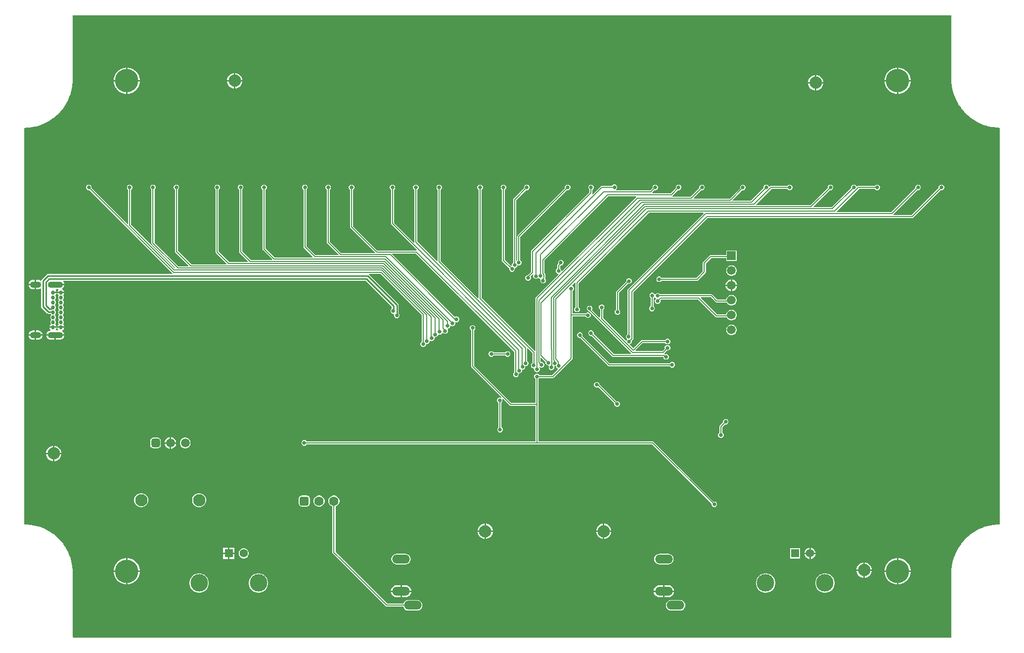
<source format=gbr>
%TF.GenerationSoftware,Altium Limited,Altium Designer,23.6.0 (18)*%
G04 Layer_Physical_Order=2*
G04 Layer_Color=16711680*
%FSLAX43Y43*%
%MOMM*%
%TF.SameCoordinates,02C31AF8-F4BC-48A1-AB84-B672334353EB*%
%TF.FilePolarity,Positive*%
%TF.FileFunction,Copper,L2,Bot,Signal*%
%TF.Part,Single*%
G01*
G75*
%TA.AperFunction,Conductor*%
%ADD28C,0.200*%
%TA.AperFunction,ComponentPad*%
%ADD30C,0.690*%
%ADD31O,2.600X1.100*%
%ADD32O,1.900X1.100*%
%TA.AperFunction,ViaPad*%
%ADD33C,4.000*%
%TA.AperFunction,ComponentPad*%
%ADD34O,3.016X1.508*%
%ADD35C,3.000*%
%ADD36C,1.398*%
%ADD37R,1.398X1.398*%
G04:AMPARAMS|DCode=38|XSize=1.5mm|YSize=1.5mm|CornerRadius=0.375mm|HoleSize=0mm|Usage=FLASHONLY|Rotation=0.000|XOffset=0mm|YOffset=0mm|HoleType=Round|Shape=RoundedRectangle|*
%AMROUNDEDRECTD38*
21,1,1.500,0.750,0,0,0.0*
21,1,0.750,1.500,0,0,0.0*
1,1,0.750,0.375,-0.375*
1,1,0.750,-0.375,-0.375*
1,1,0.750,-0.375,0.375*
1,1,0.750,0.375,0.375*
%
%ADD38ROUNDEDRECTD38*%
%ADD39C,1.500*%
%ADD40R,1.500X1.500*%
G04:AMPARAMS|DCode=41|XSize=1.6mm|YSize=1.6mm|CornerRadius=0.4mm|HoleSize=0mm|Usage=FLASHONLY|Rotation=0.000|XOffset=0mm|YOffset=0mm|HoleType=Round|Shape=RoundedRectangle|*
%AMROUNDEDRECTD41*
21,1,1.600,0.800,0,0,0.0*
21,1,0.800,1.600,0,0,0.0*
1,1,0.800,0.400,-0.400*
1,1,0.800,-0.400,-0.400*
1,1,0.800,-0.400,0.400*
1,1,0.800,0.400,0.400*
%
%ADD41ROUNDEDRECTD41*%
%ADD42C,1.600*%
%ADD43C,2.100*%
%TA.AperFunction,ViaPad*%
%ADD44C,0.650*%
%TA.AperFunction,Conductor*%
%ADD45C,0.280*%
G36*
X158753Y95107D02*
X158753Y95104D01*
X158753Y95101D01*
X158763Y94706D01*
X158765Y94696D01*
X158764Y94687D01*
X158841Y93900D01*
X158845Y93888D01*
X158845Y93876D01*
X158998Y93100D01*
X159003Y93088D01*
X159004Y93076D01*
X159233Y92319D01*
X159239Y92308D01*
X159242Y92296D01*
X159543Y91565D01*
X159550Y91554D01*
X159554Y91542D01*
X159925Y90845D01*
X159933Y90835D01*
X159938Y90823D01*
X160376Y90165D01*
X160385Y90156D01*
X160391Y90145D01*
X160891Y89533D01*
X160901Y89525D01*
X160908Y89514D01*
X161466Y88954D01*
X161476Y88947D01*
X161484Y88937D01*
X162094Y88434D01*
X162105Y88428D01*
X162114Y88419D01*
X162770Y87978D01*
X162781Y87973D01*
X162791Y87965D01*
X163487Y87590D01*
X163499Y87586D01*
X163510Y87579D01*
X164239Y87274D01*
X164251Y87272D01*
X164262Y87266D01*
X165018Y87033D01*
X165030Y87032D01*
X165042Y87027D01*
X165817Y86869D01*
X165829Y86869D01*
X165841Y86866D01*
X166628Y86785D01*
X166637Y86785D01*
X166646Y86783D01*
X167000Y86773D01*
Y18859D01*
X166646Y18849D01*
X166637Y18847D01*
X166628Y18848D01*
X165841Y18767D01*
X165829Y18763D01*
X165817Y18763D01*
X165042Y18605D01*
X165030Y18601D01*
X165018Y18599D01*
X164262Y18367D01*
X164251Y18361D01*
X164239Y18358D01*
X163510Y18053D01*
X163499Y18046D01*
X163487Y18042D01*
X162791Y17667D01*
X162781Y17659D01*
X162770Y17655D01*
X162114Y17213D01*
X162105Y17204D01*
X162094Y17198D01*
X161484Y16695D01*
X161476Y16685D01*
X161466Y16678D01*
X160908Y16118D01*
X160901Y16108D01*
X160891Y16100D01*
X160391Y15487D01*
X160385Y15476D01*
X160376Y15467D01*
X159938Y14809D01*
X159933Y14798D01*
X159925Y14788D01*
X159554Y14090D01*
X159550Y14078D01*
X159543Y14067D01*
X159242Y13337D01*
X159239Y13324D01*
X159233Y13313D01*
X159004Y12556D01*
X159003Y12544D01*
X158998Y12532D01*
X158845Y11757D01*
X158845Y11744D01*
X158841Y11732D01*
X158764Y10945D01*
X158765Y10936D01*
X158763Y10927D01*
X158753Y10531D01*
X158753Y10528D01*
X158753Y10525D01*
Y-394D01*
X158752Y-400D01*
X158725Y-492D01*
X158633Y-519D01*
X158627Y-519D01*
X8418D01*
X8412Y-519D01*
X8320Y-492D01*
X8293Y-400D01*
X8292Y-394D01*
Y10525D01*
X8292Y10528D01*
X8292Y10531D01*
X8282Y10928D01*
X8280Y10937D01*
X8281Y10947D01*
X8203Y11736D01*
X8200Y11748D01*
Y11761D01*
X8045Y12538D01*
X8040Y12550D01*
X8039Y12563D01*
X7809Y13322D01*
X7803Y13333D01*
X7800Y13345D01*
X7497Y14078D01*
X7490Y14088D01*
X7486Y14100D01*
X7112Y14800D01*
X7104Y14810D01*
X7100Y14821D01*
X6659Y15481D01*
X6650Y15489D01*
X6644Y15501D01*
X6141Y16114D01*
X6131Y16122D01*
X6124Y16132D01*
X5563Y16693D01*
X5553Y16700D01*
X5545Y16710D01*
X4932Y17213D01*
X4921Y17219D01*
X4912Y17228D01*
X4252Y17668D01*
X4241Y17673D01*
X4231Y17681D01*
X3532Y18055D01*
X3520Y18059D01*
X3509Y18066D01*
X2776Y18369D01*
X2764Y18372D01*
X2753Y18378D01*
X1994Y18608D01*
X1981Y18609D01*
X1970Y18614D01*
X1192Y18769D01*
X1179D01*
X1167Y18772D01*
X378Y18850D01*
X369Y18849D01*
X359Y18851D01*
X0Y18860D01*
Y86772D01*
X359Y86781D01*
X369Y86783D01*
X378Y86782D01*
X1167Y86860D01*
X1179Y86864D01*
X1192D01*
X1970Y87019D01*
X1981Y87023D01*
X1994Y87025D01*
X2753Y87255D01*
X2764Y87261D01*
X2776Y87263D01*
X3509Y87567D01*
X3520Y87574D01*
X3532Y87577D01*
X4231Y87951D01*
X4241Y87959D01*
X4252Y87964D01*
X4912Y88405D01*
X4921Y88414D01*
X4932Y88420D01*
X5545Y88923D01*
X5553Y88932D01*
X5563Y88939D01*
X6124Y89500D01*
X6131Y89511D01*
X6141Y89519D01*
X6644Y90132D01*
X6650Y90143D01*
X6659Y90152D01*
X7100Y90811D01*
X7104Y90823D01*
X7112Y90833D01*
X7486Y91532D01*
X7490Y91544D01*
X7497Y91555D01*
X7800Y92287D01*
X7803Y92300D01*
X7809Y92311D01*
X8039Y93070D01*
X8040Y93082D01*
X8045Y93094D01*
X8200Y93872D01*
Y93884D01*
X8203Y93897D01*
X8281Y94686D01*
X8280Y94695D01*
X8282Y94704D01*
X8292Y95101D01*
X8292Y95104D01*
X8292Y95107D01*
Y106000D01*
X158753D01*
Y95107D01*
D02*
G37*
%LPC*%
G36*
X149747Y97079D02*
X149652D01*
Y94952D01*
X151779D01*
Y95047D01*
X151692Y95482D01*
X151522Y95893D01*
X151276Y96262D01*
X150962Y96576D01*
X150593Y96822D01*
X150182Y96992D01*
X149747Y97079D01*
D02*
G37*
G36*
X149398D02*
X149303D01*
X148868Y96992D01*
X148457Y96822D01*
X148088Y96576D01*
X147774Y96262D01*
X147528Y95893D01*
X147358Y95482D01*
X147271Y95047D01*
Y94952D01*
X149398D01*
Y97079D01*
D02*
G37*
G36*
X36172Y96129D02*
X36127D01*
Y94952D01*
X37304D01*
Y94997D01*
X37215Y95328D01*
X37043Y95626D01*
X36801Y95868D01*
X36503Y96040D01*
X36172Y96129D01*
D02*
G37*
G36*
X35873D02*
X35828D01*
X35497Y96040D01*
X35199Y95868D01*
X34957Y95626D01*
X34785Y95328D01*
X34696Y94997D01*
Y94952D01*
X35873D01*
Y96129D01*
D02*
G37*
G36*
X17747Y97079D02*
X17652D01*
Y94952D01*
X19779D01*
Y95047D01*
X19692Y95482D01*
X19522Y95893D01*
X19276Y96262D01*
X18962Y96576D01*
X18593Y96822D01*
X18182Y96992D01*
X17747Y97079D01*
D02*
G37*
G36*
X17398D02*
X17303D01*
X16868Y96992D01*
X16457Y96822D01*
X16088Y96576D01*
X15774Y96262D01*
X15528Y95893D01*
X15358Y95482D01*
X15271Y95047D01*
Y94952D01*
X17398D01*
Y97079D01*
D02*
G37*
G36*
X135672Y95804D02*
X135627D01*
Y94627D01*
X136804D01*
Y94672D01*
X136715Y95003D01*
X136543Y95301D01*
X136301Y95543D01*
X136003Y95715D01*
X135672Y95804D01*
D02*
G37*
G36*
X135373D02*
X135328D01*
X134997Y95715D01*
X134699Y95543D01*
X134457Y95301D01*
X134285Y95003D01*
X134196Y94672D01*
Y94627D01*
X135373D01*
Y95804D01*
D02*
G37*
G36*
X37304Y94698D02*
X36127D01*
Y93521D01*
X36172D01*
X36503Y93610D01*
X36801Y93782D01*
X37043Y94024D01*
X37215Y94322D01*
X37304Y94653D01*
Y94698D01*
D02*
G37*
G36*
X35873D02*
X34696D01*
Y94653D01*
X34785Y94322D01*
X34957Y94024D01*
X35199Y93782D01*
X35497Y93610D01*
X35828Y93521D01*
X35873D01*
Y94698D01*
D02*
G37*
G36*
X136804Y94373D02*
X135627D01*
Y93196D01*
X135672D01*
X136003Y93285D01*
X136301Y93457D01*
X136543Y93699D01*
X136715Y93997D01*
X136804Y94328D01*
Y94373D01*
D02*
G37*
G36*
X135373D02*
X134196D01*
Y94328D01*
X134285Y93997D01*
X134457Y93699D01*
X134699Y93457D01*
X134997Y93285D01*
X135328Y93196D01*
X135373D01*
Y94373D01*
D02*
G37*
G36*
X151779Y94698D02*
X149652D01*
Y92571D01*
X149747D01*
X150182Y92658D01*
X150593Y92828D01*
X150962Y93074D01*
X151276Y93388D01*
X151522Y93757D01*
X151692Y94168D01*
X151779Y94603D01*
Y94698D01*
D02*
G37*
G36*
X149398D02*
X147271D01*
Y94603D01*
X147358Y94168D01*
X147528Y93757D01*
X147774Y93388D01*
X148088Y93074D01*
X148457Y92828D01*
X148868Y92658D01*
X149303Y92571D01*
X149398D01*
Y94698D01*
D02*
G37*
G36*
X19779D02*
X17652D01*
Y92571D01*
X17747D01*
X18182Y92658D01*
X18593Y92828D01*
X18962Y93074D01*
X19276Y93388D01*
X19522Y93757D01*
X19692Y94168D01*
X19779Y94603D01*
Y94698D01*
D02*
G37*
G36*
X17398D02*
X15271D01*
Y94603D01*
X15358Y94168D01*
X15528Y93757D01*
X15774Y93388D01*
X16088Y93074D01*
X16457Y92828D01*
X16868Y92658D01*
X17303Y92571D01*
X17398D01*
Y94698D01*
D02*
G37*
G36*
X101122Y77068D02*
X100933D01*
X100758Y76995D01*
X100624Y76861D01*
X100605Y76815D01*
X98848D01*
X98848Y76815D01*
X98750Y76795D01*
X98667Y76740D01*
X98667Y76740D01*
X97336Y75409D01*
X97238Y75490D01*
X97264Y75529D01*
X97283Y75627D01*
X97283Y75627D01*
Y76150D01*
X97297Y76155D01*
X97431Y76289D01*
X97503Y76464D01*
Y76653D01*
X97431Y76828D01*
X97297Y76962D01*
X97122Y77035D01*
X96933D01*
X96758Y76962D01*
X96624Y76828D01*
X96551Y76653D01*
Y76464D01*
X96624Y76289D01*
X96758Y76155D01*
X96771Y76150D01*
Y75733D01*
X86819Y65781D01*
X86764Y65697D01*
X86744Y65600D01*
X86744Y65600D01*
Y62115D01*
X86209Y61580D01*
X86179Y61535D01*
X86155D01*
X85980Y61463D01*
X85846Y61329D01*
X85774Y61154D01*
Y60965D01*
X85846Y60790D01*
X85980Y60656D01*
X86155Y60583D01*
X86345D01*
X86520Y60656D01*
X86654Y60790D01*
X86726Y60965D01*
Y61154D01*
X86662Y61309D01*
X87082Y61729D01*
X87174Y61644D01*
X87101Y61469D01*
Y61279D01*
X87174Y61104D01*
X87307Y60970D01*
X87482Y60898D01*
X87672D01*
X87847Y60970D01*
X87907Y61030D01*
X87985Y61101D01*
X88072Y61030D01*
X88128Y60975D01*
X88303Y60903D01*
X88380Y60776D01*
X88350Y60704D01*
Y60515D01*
X88422Y60340D01*
X88556Y60206D01*
X88731Y60133D01*
X88921D01*
X89096Y60206D01*
X89230Y60340D01*
X89302Y60515D01*
Y60704D01*
X89230Y60879D01*
X89154Y60959D01*
X89210Y61042D01*
X89229Y61140D01*
X89229Y61140D01*
Y61617D01*
X89229Y61617D01*
X89210Y61715D01*
X89154Y61798D01*
X89154Y61798D01*
X89006Y61947D01*
Y64056D01*
X100003Y75053D01*
X104719D01*
X104758Y74926D01*
X104751Y74922D01*
X104751Y74922D01*
X92066Y62237D01*
X91939Y62289D01*
Y62365D01*
X91866Y62540D01*
X91733Y62674D01*
X91719Y62680D01*
Y63101D01*
X91821Y63203D01*
X91970D01*
X92145Y63276D01*
X92279Y63409D01*
X92351Y63584D01*
Y63774D01*
X92279Y63949D01*
X92145Y64083D01*
X91970Y64155D01*
X91780D01*
X91605Y64083D01*
X91471Y63949D01*
X91399Y63774D01*
Y63584D01*
X91422Y63528D01*
X91282Y63388D01*
X91227Y63305D01*
X91207Y63207D01*
X91207Y63207D01*
Y62680D01*
X91193Y62674D01*
X91059Y62540D01*
X90987Y62365D01*
Y62176D01*
X91059Y62001D01*
X91193Y61867D01*
X91368Y61794D01*
X91444D01*
X91497Y61667D01*
X87593Y57764D01*
X87538Y57681D01*
X87519Y57583D01*
X87519Y57583D01*
Y48571D01*
X87392Y48518D01*
X78283Y57626D01*
Y76150D01*
X78297Y76155D01*
X78431Y76289D01*
X78503Y76464D01*
Y76653D01*
X78431Y76828D01*
X78297Y76962D01*
X78122Y77035D01*
X77933D01*
X77758Y76962D01*
X77624Y76828D01*
X77551Y76653D01*
Y76464D01*
X77624Y76289D01*
X77758Y76155D01*
X77771Y76150D01*
Y57647D01*
X77644Y57595D01*
X71283Y63956D01*
Y76150D01*
X71297Y76155D01*
X71431Y76289D01*
X71503Y76464D01*
Y76653D01*
X71431Y76828D01*
X71297Y76962D01*
X71122Y77035D01*
X70933D01*
X70758Y76962D01*
X70624Y76828D01*
X70551Y76653D01*
Y76464D01*
X70624Y76289D01*
X70758Y76155D01*
X70771Y76150D01*
Y63999D01*
X70644Y63946D01*
X67283Y67307D01*
Y76150D01*
X67297Y76155D01*
X67431Y76289D01*
X67503Y76464D01*
Y76653D01*
X67431Y76828D01*
X67297Y76962D01*
X67122Y77035D01*
X66933D01*
X66758Y76962D01*
X66624Y76828D01*
X66551Y76653D01*
Y76464D01*
X66624Y76289D01*
X66758Y76155D01*
X66771Y76150D01*
Y67201D01*
X66771Y67201D01*
X66775Y67185D01*
X66658Y67123D01*
X63283Y70497D01*
Y76150D01*
X63297Y76155D01*
X63431Y76289D01*
X63503Y76464D01*
Y76653D01*
X63431Y76828D01*
X63297Y76962D01*
X63122Y77035D01*
X62933D01*
X62758Y76962D01*
X62624Y76828D01*
X62551Y76653D01*
Y76464D01*
X62624Y76289D01*
X62758Y76155D01*
X62771Y76150D01*
Y70391D01*
X62771Y70391D01*
X62791Y70293D01*
X62846Y70210D01*
X67170Y65887D01*
X67167Y65865D01*
X67113Y65764D01*
X60439D01*
X56283Y69920D01*
Y76150D01*
X56297Y76155D01*
X56431Y76289D01*
X56503Y76464D01*
Y76653D01*
X56431Y76828D01*
X56297Y76962D01*
X56122Y77035D01*
X55933D01*
X55758Y76962D01*
X55624Y76828D01*
X55551Y76653D01*
Y76464D01*
X55624Y76289D01*
X55758Y76155D01*
X55771Y76150D01*
Y69814D01*
X55771Y69814D01*
X55791Y69716D01*
X55846Y69633D01*
X60067Y65412D01*
X60014Y65285D01*
X54276D01*
X52283Y67279D01*
Y76150D01*
X52297Y76155D01*
X52431Y76289D01*
X52503Y76464D01*
Y76653D01*
X52431Y76828D01*
X52297Y76962D01*
X52122Y77035D01*
X51933D01*
X51758Y76962D01*
X51624Y76828D01*
X51551Y76653D01*
Y76464D01*
X51624Y76289D01*
X51758Y76155D01*
X51771Y76150D01*
Y67173D01*
X51771Y67173D01*
X51791Y67075D01*
X51846Y66992D01*
X53786Y65052D01*
X53738Y64934D01*
X49854D01*
X48283Y66506D01*
Y76150D01*
X48297Y76155D01*
X48431Y76289D01*
X48503Y76464D01*
Y76653D01*
X48431Y76828D01*
X48297Y76962D01*
X48122Y77035D01*
X47933D01*
X47758Y76962D01*
X47624Y76828D01*
X47551Y76653D01*
Y76464D01*
X47624Y76289D01*
X47758Y76155D01*
X47771Y76150D01*
Y66400D01*
X47771Y66400D01*
X47791Y66302D01*
X47846Y66219D01*
X49375Y64690D01*
X49326Y64573D01*
X42847D01*
X41283Y66136D01*
Y76150D01*
X41297Y76155D01*
X41431Y76289D01*
X41503Y76464D01*
Y76653D01*
X41431Y76828D01*
X41297Y76962D01*
X41122Y77035D01*
X40933D01*
X40758Y76962D01*
X40624Y76828D01*
X40551Y76653D01*
Y76464D01*
X40624Y76289D01*
X40758Y76155D01*
X40771Y76150D01*
Y66030D01*
X40771Y66030D01*
X40791Y65932D01*
X40846Y65849D01*
X42436Y64260D01*
X42387Y64142D01*
X38755D01*
X37283Y65614D01*
Y76150D01*
X37297Y76155D01*
X37431Y76289D01*
X37503Y76464D01*
Y76653D01*
X37431Y76828D01*
X37297Y76962D01*
X37122Y77035D01*
X36933D01*
X36758Y76962D01*
X36624Y76828D01*
X36551Y76653D01*
Y76464D01*
X36624Y76289D01*
X36758Y76155D01*
X36771Y76150D01*
Y65508D01*
X36771Y65508D01*
X36791Y65410D01*
X36846Y65327D01*
X38265Y63909D01*
X38216Y63791D01*
X35077D01*
X33283Y65585D01*
Y76150D01*
X33297Y76155D01*
X33431Y76289D01*
X33503Y76464D01*
Y76653D01*
X33431Y76828D01*
X33297Y76962D01*
X33122Y77035D01*
X32933D01*
X32758Y76962D01*
X32624Y76828D01*
X32551Y76653D01*
Y76464D01*
X32624Y76289D01*
X32758Y76155D01*
X32771Y76150D01*
Y65479D01*
X32771Y65479D01*
X32791Y65381D01*
X32846Y65298D01*
X34632Y63513D01*
X34583Y63395D01*
X28584D01*
X26283Y65696D01*
Y76150D01*
X26297Y76155D01*
X26431Y76289D01*
X26503Y76464D01*
Y76653D01*
X26431Y76828D01*
X26297Y76962D01*
X26122Y77035D01*
X25933D01*
X25758Y76962D01*
X25624Y76828D01*
X25551Y76653D01*
Y76464D01*
X25624Y76289D01*
X25758Y76155D01*
X25771Y76150D01*
Y65590D01*
X25771Y65590D01*
X25791Y65492D01*
X25846Y65409D01*
X28100Y63156D01*
X28051Y63039D01*
X26369D01*
X22283Y67124D01*
Y76150D01*
X22297Y76155D01*
X22431Y76289D01*
X22503Y76464D01*
Y76653D01*
X22431Y76828D01*
X22297Y76962D01*
X22122Y77035D01*
X21933D01*
X21758Y76962D01*
X21624Y76828D01*
X21551Y76653D01*
Y76464D01*
X21624Y76289D01*
X21758Y76155D01*
X21771Y76150D01*
Y67018D01*
X21771Y67018D01*
X21791Y66920D01*
X21846Y66837D01*
X25810Y62874D01*
X25765Y62739D01*
X25713Y62732D01*
X18283Y70161D01*
Y76150D01*
X18297Y76155D01*
X18431Y76289D01*
X18503Y76464D01*
Y76653D01*
X18431Y76828D01*
X18297Y76962D01*
X18122Y77035D01*
X17933D01*
X17758Y76962D01*
X17624Y76828D01*
X17551Y76653D01*
Y76464D01*
X17624Y76289D01*
X17758Y76155D01*
X17771Y76150D01*
Y70343D01*
X17654Y70294D01*
X11498Y76450D01*
X11503Y76464D01*
Y76653D01*
X11431Y76828D01*
X11297Y76962D01*
X11122Y77035D01*
X10933D01*
X10758Y76962D01*
X10624Y76828D01*
X10551Y76653D01*
Y76464D01*
X10624Y76289D01*
X10758Y76155D01*
X10933Y76083D01*
X11122D01*
X11136Y76088D01*
X25381Y61843D01*
X25363Y61764D01*
X25332Y61716D01*
X4009D01*
X4009Y61716D01*
X3896Y61694D01*
X3800Y61629D01*
X2946Y60776D01*
X2882Y60680D01*
X2879Y60666D01*
X2739Y60613D01*
X2720Y60627D01*
X2525Y60708D01*
X2315Y60736D01*
X2042D01*
Y59925D01*
Y59114D01*
X2315D01*
X2525Y59142D01*
X2720Y59223D01*
X2745Y59242D01*
X2859Y59186D01*
Y56152D01*
X2859Y56152D01*
X2882Y56039D01*
X2946Y55942D01*
X3879Y55009D01*
X3879Y55009D01*
X3976Y54945D01*
X4089Y54922D01*
X4089Y54922D01*
X4493D01*
X4505Y54894D01*
X4566Y54833D01*
X4640Y54750D01*
X4566Y54667D01*
X4505Y54606D01*
X4429Y54424D01*
Y54226D01*
X4505Y54044D01*
X4566Y53983D01*
X4640Y53900D01*
X4566Y53817D01*
X4505Y53756D01*
X4429Y53574D01*
Y53376D01*
X4505Y53194D01*
X4576Y53123D01*
X4417Y52964D01*
X4329Y52752D01*
X4925D01*
X5521D01*
X5433Y52964D01*
X5274Y53123D01*
X5346Y53194D01*
X5421Y53376D01*
Y53574D01*
X5346Y53756D01*
X5284Y53817D01*
X5210Y53900D01*
X5284Y53983D01*
X5346Y54044D01*
X5421Y54226D01*
Y54424D01*
X5346Y54606D01*
X5284Y54667D01*
X5210Y54750D01*
X5284Y54833D01*
X5346Y54894D01*
X5421Y55076D01*
Y55274D01*
X5346Y55456D01*
X5284Y55517D01*
X5210Y55600D01*
X5284Y55683D01*
X5346Y55744D01*
X5421Y55926D01*
Y56124D01*
X5346Y56306D01*
X5284Y56367D01*
X5210Y56450D01*
X5284Y56533D01*
X5346Y56594D01*
X5421Y56776D01*
Y56974D01*
X5346Y57156D01*
X5284Y57217D01*
X5210Y57300D01*
X5284Y57383D01*
X5346Y57444D01*
X5421Y57626D01*
Y57824D01*
X5346Y58006D01*
X5274Y58077D01*
X5433Y58236D01*
X5521Y58448D01*
X4925D01*
Y58702D01*
X5521D01*
X5433Y58914D01*
X5360Y58987D01*
X5413Y59114D01*
X5787D01*
X5840Y58987D01*
X5767Y58914D01*
X5679Y58702D01*
X6275D01*
X6871D01*
X6783Y58914D01*
X6614Y59083D01*
X6523Y59121D01*
X6506Y59265D01*
X6618Y59352D01*
X6747Y59520D01*
X6828Y59715D01*
X6839Y59798D01*
X5295D01*
Y60052D01*
X6839D01*
X6828Y60135D01*
X6747Y60330D01*
X6643Y60466D01*
X6690Y60593D01*
X58459D01*
X62898Y56154D01*
Y55806D01*
X62892Y55804D01*
X62758Y55670D01*
X62686Y55495D01*
Y55306D01*
X62758Y55131D01*
X62892Y54997D01*
X63067Y54924D01*
X63256D01*
X63345Y54823D01*
X63302Y54720D01*
Y54530D01*
X63374Y54355D01*
X63508Y54221D01*
X63683Y54149D01*
X63872D01*
X64047Y54221D01*
X64181Y54355D01*
X64254Y54530D01*
Y54720D01*
X64181Y54895D01*
X64074Y55001D01*
Y56444D01*
X64074Y56444D01*
X64052Y56557D01*
X63987Y56653D01*
X63987Y56653D01*
X59020Y61621D01*
X59023Y61656D01*
X59062Y61748D01*
X60987D01*
X68014Y54722D01*
Y50139D01*
X67887Y50012D01*
X67814Y49837D01*
Y49648D01*
X67887Y49473D01*
X68021Y49339D01*
X68196Y49267D01*
X68385D01*
X68560Y49339D01*
X68694Y49473D01*
X68766Y49648D01*
Y49734D01*
X68826Y49774D01*
X69015D01*
X69190Y49846D01*
X69324Y49980D01*
X69397Y50155D01*
Y50250D01*
X69403Y50258D01*
X69524Y50324D01*
X69646Y50274D01*
X69835D01*
X70010Y50346D01*
X70144Y50480D01*
X70216Y50655D01*
Y50782D01*
X70237Y50854D01*
X70331Y50899D01*
X70439D01*
X70614Y50971D01*
X70748Y51105D01*
X70820Y51280D01*
Y51298D01*
X70947Y51383D01*
X71031Y51349D01*
X71220D01*
X71395Y51421D01*
X71529Y51555D01*
X71558Y51624D01*
X71706Y51651D01*
X71784Y51574D01*
X71959Y51501D01*
X72148D01*
X72323Y51574D01*
X72457Y51708D01*
X72530Y51883D01*
Y52072D01*
X72457Y52247D01*
X72510Y52374D01*
X72545D01*
X72720Y52446D01*
X72854Y52580D01*
X72926Y52755D01*
Y52791D01*
X72984Y52826D01*
X73053Y52853D01*
X73212Y52787D01*
X73402D01*
X73576Y52859D01*
X73710Y52993D01*
X73783Y53168D01*
Y53358D01*
X73755Y53425D01*
X73852Y53522D01*
X73905Y53500D01*
X74094D01*
X74269Y53572D01*
X74403Y53706D01*
X74476Y53881D01*
Y54071D01*
X74403Y54246D01*
X74269Y54380D01*
X74094Y54452D01*
X73905D01*
X73730Y54380D01*
X73706Y54355D01*
X62937Y65125D01*
X62989Y65252D01*
X67046D01*
X83884Y48414D01*
Y44922D01*
X83774Y44811D01*
X83701Y44636D01*
Y44447D01*
X83774Y44272D01*
X83908Y44138D01*
X84082Y44066D01*
X84272D01*
X84447Y44138D01*
X84581Y44272D01*
X84653Y44447D01*
Y44606D01*
X84653Y44636D01*
X84755Y44723D01*
X84811D01*
X84986Y44795D01*
X85119Y44929D01*
X85192Y45104D01*
Y45207D01*
X85196Y45295D01*
X85309Y45324D01*
X85387D01*
X85562Y45396D01*
X85695Y45530D01*
X85768Y45705D01*
Y45895D01*
X85797Y45938D01*
X85921D01*
X86096Y46010D01*
X86230Y46144D01*
X86302Y46319D01*
Y46508D01*
X86230Y46683D01*
X86096Y46817D01*
X86054Y46834D01*
Y48952D01*
X86181Y49004D01*
X87006Y48179D01*
Y46488D01*
X86929Y46456D01*
X86795Y46322D01*
X86722Y46147D01*
Y45958D01*
X86795Y45783D01*
X86929Y45649D01*
X87104Y45577D01*
X87185D01*
X87296Y45520D01*
X87298Y45459D01*
Y45330D01*
X87371Y45155D01*
X87505Y45021D01*
X87680Y44948D01*
X87869D01*
X88044Y45021D01*
X88178Y45155D01*
X88250Y45330D01*
Y45519D01*
X88178Y45694D01*
X88112Y45760D01*
X88111Y45764D01*
X88111Y45767D01*
X88255Y45802D01*
X88274Y45783D01*
X88449Y45711D01*
X88639D01*
X88814Y45783D01*
X88948Y45917D01*
X89020Y46092D01*
Y46282D01*
X88948Y46457D01*
X88814Y46590D01*
X88639Y46663D01*
X88449D01*
X88383Y46771D01*
Y47337D01*
X88500Y47385D01*
X89236Y46650D01*
X89230Y46636D01*
Y46447D01*
X89303Y46272D01*
X89436Y46138D01*
X89611Y46065D01*
X89757D01*
X89779Y46046D01*
X89830Y45965D01*
X89835Y45948D01*
X89777Y45808D01*
Y45618D01*
X89849Y45443D01*
X89983Y45309D01*
X90158Y45237D01*
X90348D01*
X90522Y45309D01*
X90656Y45443D01*
X90729Y45618D01*
Y45808D01*
X90699Y45880D01*
X90724Y45924D01*
X90791Y45991D01*
X90953D01*
X90960Y45986D01*
X91033Y45887D01*
X91101Y45724D01*
X91235Y45590D01*
X91333Y45549D01*
X91364Y45400D01*
X90401Y44438D01*
X88184D01*
X88178Y44451D01*
X88044Y44585D01*
X87869Y44658D01*
X87680D01*
X87505Y44585D01*
X87371Y44451D01*
X87298Y44276D01*
Y44087D01*
X87371Y43912D01*
X87505Y43778D01*
X87519Y43773D01*
Y39647D01*
X83379D01*
X77006Y46020D01*
Y52093D01*
X77020Y52099D01*
X77154Y52233D01*
X77226Y52408D01*
Y52597D01*
X77154Y52772D01*
X77020Y52906D01*
X76845Y52978D01*
X76655D01*
X76480Y52906D01*
X76346Y52772D01*
X76274Y52597D01*
Y52408D01*
X76346Y52233D01*
X76480Y52099D01*
X76494Y52093D01*
Y45914D01*
X76494Y45914D01*
X76514Y45816D01*
X76569Y45733D01*
X81704Y40598D01*
X81632Y40490D01*
X81489Y40550D01*
X81300D01*
X81125Y40477D01*
X80991Y40343D01*
X80918Y40168D01*
Y39979D01*
X80991Y39804D01*
X81125Y39670D01*
X81167Y39652D01*
Y35468D01*
X81049Y35349D01*
X80976Y35174D01*
Y34985D01*
X81049Y34810D01*
X81183Y34676D01*
X81358Y34604D01*
X81547D01*
X81722Y34676D01*
X81856Y34810D01*
X81928Y34985D01*
Y35174D01*
X81856Y35349D01*
X81722Y35483D01*
X81679Y35501D01*
Y39685D01*
X81798Y39804D01*
X81870Y39979D01*
Y40168D01*
X81811Y40311D01*
X81919Y40383D01*
X83092Y39210D01*
X83092Y39210D01*
X83175Y39154D01*
X83273Y39135D01*
X83273Y39135D01*
X87519D01*
Y33056D01*
X48344D01*
X48338Y33070D01*
X48205Y33204D01*
X48030Y33276D01*
X47840D01*
X47665Y33204D01*
X47531Y33070D01*
X47459Y32895D01*
Y32705D01*
X47531Y32530D01*
X47665Y32396D01*
X47840Y32324D01*
X48030D01*
X48205Y32396D01*
X48338Y32530D01*
X48344Y32544D01*
X107504D01*
X117659Y22389D01*
X117654Y22375D01*
Y22186D01*
X117726Y22011D01*
X117860Y21877D01*
X118035Y21805D01*
X118224D01*
X118399Y21877D01*
X118533Y22011D01*
X118606Y22186D01*
Y22375D01*
X118533Y22550D01*
X118399Y22684D01*
X118224Y22757D01*
X118035D01*
X118021Y22751D01*
X107791Y32981D01*
X107708Y33036D01*
X107610Y33056D01*
X107610Y33056D01*
X88030D01*
Y39391D01*
Y43773D01*
X88044Y43778D01*
X88178Y43912D01*
X88184Y43926D01*
X90507D01*
X90507Y43926D01*
X90605Y43945D01*
X90688Y44001D01*
X93824Y47136D01*
X93824Y47136D01*
X93879Y47220D01*
X93899Y47317D01*
Y54467D01*
X96068D01*
X96096Y54399D01*
X96230Y54265D01*
X96405Y54193D01*
X96595D01*
X96770Y54265D01*
X96903Y54399D01*
X96976Y54574D01*
Y54763D01*
X96903Y54938D01*
X96770Y55072D01*
X96595Y55145D01*
X96405D01*
X96230Y55072D01*
X96137Y54979D01*
X93899D01*
Y58837D01*
X93913Y58843D01*
X94047Y58976D01*
X94119Y59151D01*
Y59341D01*
X94047Y59516D01*
X93913Y59650D01*
X93801Y59696D01*
X93765Y59839D01*
X94257Y60331D01*
X94370Y60274D01*
X94375Y60269D01*
Y56083D01*
X94361Y56078D01*
X94227Y55944D01*
X94155Y55769D01*
Y55579D01*
X94227Y55404D01*
X94361Y55270D01*
X94536Y55198D01*
X94725D01*
X94900Y55270D01*
X95034Y55404D01*
X95107Y55579D01*
Y55769D01*
X95034Y55944D01*
X94900Y56078D01*
X94887Y56083D01*
Y60165D01*
X106953Y72232D01*
X116258D01*
X116306Y72114D01*
X103359Y59167D01*
X103304Y59084D01*
X103284Y58986D01*
X103284Y58986D01*
Y51423D01*
X103193Y51385D01*
X103059Y51251D01*
X102986Y51077D01*
Y50887D01*
X103059Y50712D01*
X103146Y50625D01*
X103163Y50463D01*
X103152Y50452D01*
X103111Y50354D01*
X102962Y50323D01*
X99104Y54182D01*
Y55631D01*
X99118Y55636D01*
X99252Y55770D01*
X99324Y55945D01*
Y56135D01*
X99252Y56309D01*
X99118Y56443D01*
X98943Y56516D01*
X98753D01*
X98578Y56443D01*
X98445Y56309D01*
X98372Y56135D01*
Y55945D01*
X98445Y55770D01*
X98578Y55636D01*
X98592Y55631D01*
Y54363D01*
X98475Y54314D01*
X97201Y55588D01*
X97258Y55724D01*
Y55914D01*
X97185Y56089D01*
X97052Y56222D01*
X96877Y56295D01*
X96687D01*
X96512Y56222D01*
X96378Y56089D01*
X96306Y55914D01*
Y55724D01*
X96378Y55549D01*
X96512Y55415D01*
X96687Y55343D01*
X96734D01*
X96756Y55309D01*
X103890Y48175D01*
X103838Y48048D01*
X100937D01*
X97498Y51488D01*
X97503Y51501D01*
Y51691D01*
X97431Y51866D01*
X97297Y52000D01*
X97122Y52072D01*
X96933D01*
X96758Y52000D01*
X96624Y51866D01*
X96551Y51691D01*
Y51501D01*
X96624Y51327D01*
X96758Y51193D01*
X96933Y51120D01*
X97122D01*
X97136Y51126D01*
X100650Y47611D01*
X100650Y47611D01*
X100733Y47556D01*
X100831Y47536D01*
X109408D01*
Y47457D01*
X109481Y47282D01*
X109615Y47148D01*
X109790Y47076D01*
X109979D01*
X110154Y47148D01*
X110288Y47282D01*
X110360Y47457D01*
Y47647D01*
X110288Y47821D01*
X110154Y47955D01*
X109979Y48028D01*
X109790D01*
X109717Y47998D01*
X109607Y48057D01*
X109585Y48180D01*
X110022Y48617D01*
X110036Y48611D01*
X110225D01*
X110400Y48684D01*
X110534Y48818D01*
X110607Y48993D01*
Y49182D01*
X110534Y49357D01*
X110400Y49491D01*
X110225Y49563D01*
X110036D01*
X109861Y49491D01*
X109727Y49357D01*
X109655Y49182D01*
Y48993D01*
X109660Y48979D01*
X109251Y48570D01*
X104691D01*
X104643Y48688D01*
X105873Y49918D01*
X109721D01*
X109727Y49904D01*
X109861Y49771D01*
X110036Y49698D01*
X110225D01*
X110400Y49771D01*
X110534Y49904D01*
X110607Y50079D01*
Y50269D01*
X110534Y50444D01*
X110400Y50578D01*
X110225Y50650D01*
X110036D01*
X109861Y50578D01*
X109727Y50444D01*
X109721Y50430D01*
X105767D01*
X105767Y50430D01*
X105669Y50411D01*
X105586Y50355D01*
X105586Y50355D01*
X104258Y49027D01*
X103696Y49589D01*
X103727Y49738D01*
X103825Y49779D01*
X103959Y49913D01*
X104032Y50088D01*
Y50277D01*
X104026Y50291D01*
X104219Y50484D01*
X104219Y50484D01*
X104275Y50567D01*
X104294Y50665D01*
X104294Y50665D01*
Y58644D01*
X116967Y71317D01*
X152042D01*
X152042Y71317D01*
X152140Y71337D01*
X152223Y71392D01*
X156919Y76088D01*
X156933Y76083D01*
X157122D01*
X157297Y76155D01*
X157431Y76289D01*
X157503Y76464D01*
Y76653D01*
X157431Y76828D01*
X157297Y76962D01*
X157122Y77035D01*
X156933D01*
X156758Y76962D01*
X156624Y76828D01*
X156551Y76653D01*
Y76464D01*
X156557Y76450D01*
X151936Y71829D01*
X148839D01*
X148787Y71956D01*
X152919Y76088D01*
X152933Y76083D01*
X153122D01*
X153297Y76155D01*
X153431Y76289D01*
X153503Y76464D01*
Y76653D01*
X153431Y76828D01*
X153297Y76962D01*
X153122Y77035D01*
X152933D01*
X152758Y76962D01*
X152624Y76828D01*
X152551Y76653D01*
Y76464D01*
X152557Y76450D01*
X148432Y72325D01*
X139136D01*
X139087Y72442D01*
X142948Y76303D01*
X145618D01*
X145624Y76289D01*
X145758Y76155D01*
X145933Y76083D01*
X146122D01*
X146297Y76155D01*
X146431Y76289D01*
X146503Y76464D01*
Y76653D01*
X146431Y76828D01*
X146297Y76962D01*
X146122Y77035D01*
X145933D01*
X145758Y76962D01*
X145624Y76828D01*
X145618Y76815D01*
X142842D01*
X142744Y76795D01*
X142661Y76740D01*
X142661Y76740D01*
X142621Y76699D01*
X142472Y76730D01*
X142431Y76828D01*
X142297Y76962D01*
X142122Y77035D01*
X141933D01*
X141758Y76962D01*
X141624Y76828D01*
X141551Y76653D01*
Y76464D01*
X141557Y76450D01*
X138253Y73147D01*
X135143D01*
X135095Y73264D01*
X137919Y76088D01*
X137933Y76083D01*
X138122D01*
X138297Y76155D01*
X138431Y76289D01*
X138503Y76464D01*
Y76653D01*
X138431Y76828D01*
X138297Y76962D01*
X138122Y77035D01*
X137933D01*
X137758Y76962D01*
X137624Y76828D01*
X137551Y76653D01*
Y76464D01*
X137557Y76450D01*
X134604Y73498D01*
X125322D01*
X125270Y73625D01*
X127948Y76303D01*
X130618D01*
X130624Y76289D01*
X130758Y76155D01*
X130933Y76083D01*
X131122D01*
X131297Y76155D01*
X131431Y76289D01*
X131503Y76464D01*
Y76653D01*
X131431Y76828D01*
X131297Y76962D01*
X131122Y77035D01*
X130933D01*
X130758Y76962D01*
X130624Y76828D01*
X130618Y76815D01*
X127842D01*
X127842Y76815D01*
X127744Y76795D01*
X127661Y76740D01*
X127621Y76699D01*
X127472Y76730D01*
X127431Y76828D01*
X127297Y76962D01*
X127122Y77035D01*
X126933D01*
X126758Y76962D01*
X126624Y76828D01*
X126551Y76653D01*
Y76464D01*
X126557Y76450D01*
X124401Y74294D01*
X121302D01*
X121254Y74412D01*
X122919Y76077D01*
X122933Y76071D01*
X123122D01*
X123297Y76144D01*
X123431Y76278D01*
X123503Y76453D01*
Y76642D01*
X123431Y76817D01*
X123297Y76951D01*
X123122Y77023D01*
X122933D01*
X122758Y76951D01*
X122624Y76817D01*
X122551Y76642D01*
Y76453D01*
X122557Y76439D01*
X120763Y74645D01*
X114642D01*
X114593Y74763D01*
X115919Y76088D01*
X115933Y76083D01*
X116122D01*
X116297Y76155D01*
X116431Y76289D01*
X116503Y76464D01*
Y76653D01*
X116431Y76828D01*
X116297Y76962D01*
X116122Y77035D01*
X115933D01*
X115758Y76962D01*
X115624Y76828D01*
X115551Y76653D01*
Y76464D01*
X115557Y76450D01*
X114103Y74996D01*
X110990D01*
X110952Y75123D01*
X110958Y75128D01*
X111919Y76088D01*
X111933Y76083D01*
X112122D01*
X112297Y76155D01*
X112431Y76289D01*
X112503Y76464D01*
Y76653D01*
X112431Y76828D01*
X112297Y76962D01*
X112122Y77035D01*
X111933D01*
X111758Y76962D01*
X111624Y76828D01*
X111551Y76653D01*
Y76464D01*
X111557Y76450D01*
X110671Y75565D01*
X107556D01*
X107504Y75692D01*
X107906Y76094D01*
X107933Y76083D01*
X108122D01*
X108297Y76155D01*
X108431Y76289D01*
X108503Y76464D01*
Y76653D01*
X108431Y76828D01*
X108297Y76962D01*
X108122Y77035D01*
X107933D01*
X107758Y76962D01*
X107624Y76828D01*
X107551Y76653D01*
Y76464D01*
X107551Y76464D01*
X107166Y76078D01*
X101353D01*
X101330Y76124D01*
X101314Y76205D01*
X101431Y76322D01*
X101503Y76497D01*
Y76686D01*
X101431Y76861D01*
X101297Y76995D01*
X101122Y77068D01*
D02*
G37*
G36*
X93122Y77035D02*
X92933D01*
X92758Y76962D01*
X92624Y76828D01*
X92551Y76653D01*
Y76464D01*
X92557Y76450D01*
X84493Y68386D01*
X84438Y68303D01*
X84418Y68205D01*
X84418Y68205D01*
Y64103D01*
X84321Y64029D01*
X84211Y64076D01*
Y74381D01*
X85919Y76088D01*
X85933Y76083D01*
X86122D01*
X86297Y76155D01*
X86431Y76289D01*
X86503Y76464D01*
Y76653D01*
X86431Y76828D01*
X86297Y76962D01*
X86122Y77035D01*
X85933D01*
X85758Y76962D01*
X85624Y76828D01*
X85551Y76653D01*
Y76464D01*
X85557Y76450D01*
X83774Y74668D01*
X83719Y74585D01*
X83699Y74487D01*
X83699Y74487D01*
Y63667D01*
X83686Y63661D01*
X83552Y63528D01*
X83479Y63353D01*
Y63163D01*
X83478Y63161D01*
X83372Y63090D01*
X82283Y64179D01*
Y76150D01*
X82297Y76155D01*
X82431Y76289D01*
X82503Y76464D01*
Y76653D01*
X82431Y76828D01*
X82297Y76962D01*
X82122Y77035D01*
X81933D01*
X81758Y76962D01*
X81624Y76828D01*
X81551Y76653D01*
Y76464D01*
X81624Y76289D01*
X81758Y76155D01*
X81771Y76150D01*
Y64073D01*
X81771Y64073D01*
X81791Y63975D01*
X81846Y63892D01*
X83035Y62704D01*
X83029Y62690D01*
Y62501D01*
X83102Y62326D01*
X83236Y62192D01*
X83411Y62119D01*
X83600D01*
X83775Y62192D01*
X83909Y62326D01*
X83981Y62501D01*
Y62690D01*
X84043Y62782D01*
X84050D01*
X84225Y62854D01*
X84359Y62988D01*
X84428Y63156D01*
X84542Y63219D01*
X84579Y63203D01*
X84769D01*
X84944Y63276D01*
X85078Y63409D01*
X85150Y63584D01*
Y63774D01*
X85078Y63949D01*
X84944Y64083D01*
X84930Y64088D01*
Y68099D01*
X92919Y76088D01*
X92933Y76083D01*
X93122D01*
X93297Y76155D01*
X93431Y76289D01*
X93503Y76464D01*
Y76653D01*
X93431Y76828D01*
X93297Y76962D01*
X93122Y77035D01*
D02*
G37*
G36*
X121968Y65774D02*
X120166D01*
Y65002D01*
X117527D01*
X117527Y65002D01*
X117429Y64983D01*
X117346Y64927D01*
X117346Y64927D01*
X116250Y63831D01*
X116194Y63748D01*
X116175Y63650D01*
X116175Y63650D01*
Y62222D01*
X115057Y61104D01*
X109110D01*
X109104Y61117D01*
X108970Y61251D01*
X108795Y61324D01*
X108606D01*
X108431Y61251D01*
X108297Y61117D01*
X108224Y60942D01*
Y60753D01*
X108297Y60578D01*
X108431Y60444D01*
X108606Y60372D01*
X108795D01*
X108970Y60444D01*
X109104Y60578D01*
X109110Y60592D01*
X115163D01*
X115163Y60592D01*
X115261Y60611D01*
X115344Y60667D01*
X116612Y61935D01*
X116612Y61935D01*
X116667Y62018D01*
X116687Y62116D01*
X116687Y62116D01*
Y63544D01*
X117633Y64490D01*
X120166D01*
Y63972D01*
X121968D01*
Y65774D01*
D02*
G37*
G36*
X121185Y63234D02*
X120948D01*
X120719Y63173D01*
X120514Y63054D01*
X120346Y62887D01*
X120227Y62681D01*
X120166Y62452D01*
Y62215D01*
X120227Y61986D01*
X120346Y61780D01*
X120514Y61612D01*
X120719Y61494D01*
X120948Y61432D01*
X121185D01*
X121415Y61494D01*
X121620Y61612D01*
X121788Y61780D01*
X121906Y61986D01*
X121968Y62215D01*
Y62452D01*
X121906Y62681D01*
X121788Y62887D01*
X121620Y63054D01*
X121415Y63173D01*
X121185Y63234D01*
D02*
G37*
G36*
X1788Y60736D02*
X1515D01*
X1305Y60708D01*
X1110Y60627D01*
X942Y60498D01*
X813Y60330D01*
X732Y60135D01*
X721Y60052D01*
X1788D01*
Y60736D01*
D02*
G37*
G36*
X103635Y60991D02*
X103446D01*
X103271Y60918D01*
X103137Y60784D01*
X103064Y60609D01*
Y60482D01*
X101373Y58791D01*
X101318Y58708D01*
X101298Y58610D01*
X101298Y58610D01*
Y55652D01*
X101285Y55646D01*
X101151Y55513D01*
X101078Y55338D01*
Y55148D01*
X101151Y54973D01*
X101285Y54839D01*
X101460Y54767D01*
X101649D01*
X101824Y54839D01*
X101958Y54973D01*
X102030Y55148D01*
Y55338D01*
X101958Y55513D01*
X101824Y55646D01*
X101810Y55652D01*
Y58504D01*
X103374Y60068D01*
X103446Y60039D01*
X103635D01*
X103810Y60111D01*
X103944Y60245D01*
X104016Y60420D01*
Y60609D01*
X103944Y60784D01*
X103810Y60918D01*
X103635Y60991D01*
D02*
G37*
G36*
X121199Y60797D02*
X121194D01*
Y59920D01*
X122071D01*
Y59925D01*
X122002Y60181D01*
X121870Y60410D01*
X121683Y60597D01*
X121454Y60729D01*
X121199Y60797D01*
D02*
G37*
G36*
X120940D02*
X120935D01*
X120679Y60729D01*
X120450Y60597D01*
X120263Y60410D01*
X120131Y60181D01*
X120063Y59925D01*
Y59920D01*
X120940D01*
Y60797D01*
D02*
G37*
G36*
X1788Y59798D02*
X721D01*
X732Y59715D01*
X813Y59520D01*
X942Y59352D01*
X1110Y59223D01*
X1305Y59142D01*
X1515Y59114D01*
X1788D01*
Y59798D01*
D02*
G37*
G36*
X122071Y59666D02*
X121194D01*
Y58789D01*
X121199D01*
X121454Y58858D01*
X121683Y58990D01*
X121870Y59177D01*
X122002Y59406D01*
X122071Y59661D01*
Y59666D01*
D02*
G37*
G36*
X120940D02*
X120063D01*
Y59661D01*
X120131Y59406D01*
X120263Y59177D01*
X120450Y58990D01*
X120679Y58858D01*
X120935Y58789D01*
X120940D01*
Y59666D01*
D02*
G37*
G36*
X107614Y58527D02*
X107425D01*
X107250Y58454D01*
X107116Y58320D01*
X107044Y58145D01*
Y57956D01*
X107116Y57781D01*
X107209Y57688D01*
Y56228D01*
X107196Y56222D01*
X107062Y56089D01*
X106989Y55914D01*
Y55724D01*
X107062Y55549D01*
X107196Y55415D01*
X107371Y55343D01*
X107560D01*
X107735Y55415D01*
X107869Y55549D01*
X107941Y55724D01*
Y55914D01*
X107869Y56089D01*
X107735Y56222D01*
X107721Y56228D01*
Y57619D01*
X107789Y57647D01*
X107884Y57742D01*
X108023Y57727D01*
X108031Y57723D01*
X108123Y57631D01*
X108148Y57551D01*
X108123Y57471D01*
X108027Y57375D01*
X107955Y57201D01*
Y57011D01*
X108027Y56836D01*
X108161Y56702D01*
X108336Y56630D01*
X108526D01*
X108700Y56702D01*
X108834Y56836D01*
X108907Y57011D01*
Y57201D01*
X108901Y57214D01*
X109050Y57363D01*
X115392D01*
X118350Y54405D01*
X118350Y54405D01*
X118433Y54350D01*
X118531Y54330D01*
X118531Y54330D01*
X120247D01*
X120346Y54160D01*
X120514Y53992D01*
X120719Y53874D01*
X120948Y53812D01*
X121185D01*
X121415Y53874D01*
X121620Y53992D01*
X121788Y54160D01*
X121906Y54366D01*
X121968Y54595D01*
Y54832D01*
X121906Y55061D01*
X121788Y55266D01*
X121620Y55434D01*
X121415Y55553D01*
X121185Y55614D01*
X120948D01*
X120719Y55553D01*
X120514Y55434D01*
X120346Y55266D01*
X120227Y55061D01*
X120169Y54842D01*
X118637D01*
X115856Y57623D01*
X115905Y57741D01*
X117555D01*
X118350Y56945D01*
X118350Y56945D01*
X118433Y56890D01*
X118531Y56870D01*
X118531Y56870D01*
X120247D01*
X120346Y56700D01*
X120514Y56532D01*
X120719Y56414D01*
X120948Y56352D01*
X121185D01*
X121415Y56414D01*
X121620Y56532D01*
X121788Y56700D01*
X121906Y56905D01*
X121968Y57135D01*
Y57372D01*
X121906Y57601D01*
X121788Y57806D01*
X121620Y57974D01*
X121415Y58093D01*
X121185Y58154D01*
X120948D01*
X120719Y58093D01*
X120514Y57974D01*
X120346Y57806D01*
X120227Y57601D01*
X120169Y57382D01*
X118637D01*
X117842Y58178D01*
X117759Y58233D01*
X117661Y58252D01*
X117661Y58252D01*
X108840D01*
X108834Y58266D01*
X108700Y58400D01*
X108526Y58473D01*
X108336D01*
X108161Y58400D01*
X108067Y58306D01*
X107927Y58320D01*
X107919Y58324D01*
X107789Y58454D01*
X107614Y58527D01*
D02*
G37*
G36*
X6871Y58448D02*
X6275D01*
X5679D01*
X5767Y58236D01*
X5926Y58077D01*
X5855Y58006D01*
X5779Y57824D01*
Y57626D01*
X5855Y57444D01*
X5916Y57383D01*
X5990Y57300D01*
X5916Y57217D01*
X5855Y57156D01*
X5779Y56974D01*
Y56776D01*
X5855Y56594D01*
X5916Y56533D01*
X5990Y56450D01*
X5916Y56367D01*
X5855Y56306D01*
X5779Y56124D01*
Y55926D01*
X5855Y55744D01*
X5916Y55683D01*
X5990Y55600D01*
X5916Y55517D01*
X5855Y55456D01*
X5779Y55274D01*
Y55076D01*
X5855Y54894D01*
X5916Y54833D01*
X5990Y54750D01*
X5916Y54667D01*
X5855Y54606D01*
X5779Y54424D01*
Y54226D01*
X5855Y54044D01*
X5916Y53983D01*
X5990Y53900D01*
X5916Y53817D01*
X5855Y53756D01*
X5779Y53574D01*
Y53376D01*
X5855Y53194D01*
X5926Y53123D01*
X5767Y52964D01*
X5679Y52752D01*
X6275D01*
X6871D01*
X6783Y52964D01*
X6624Y53123D01*
X6696Y53194D01*
X6771Y53376D01*
Y53574D01*
X6696Y53756D01*
X6634Y53817D01*
X6560Y53900D01*
X6634Y53983D01*
X6696Y54044D01*
X6771Y54226D01*
Y54424D01*
X6696Y54606D01*
X6634Y54667D01*
X6560Y54750D01*
X6634Y54833D01*
X6696Y54894D01*
X6771Y55076D01*
Y55274D01*
X6696Y55456D01*
X6634Y55517D01*
X6560Y55600D01*
X6634Y55683D01*
X6696Y55744D01*
X6771Y55926D01*
Y56124D01*
X6696Y56306D01*
X6634Y56367D01*
X6560Y56450D01*
X6634Y56533D01*
X6696Y56594D01*
X6771Y56776D01*
Y56974D01*
X6696Y57156D01*
X6634Y57217D01*
X6560Y57300D01*
X6634Y57383D01*
X6696Y57444D01*
X6771Y57626D01*
Y57824D01*
X6696Y58006D01*
X6624Y58077D01*
X6783Y58236D01*
X6871Y58448D01*
D02*
G37*
G36*
Y52498D02*
X6275D01*
X5679D01*
X5767Y52286D01*
X5840Y52213D01*
X5787Y52086D01*
X5413D01*
X5360Y52213D01*
X5433Y52286D01*
X5521Y52498D01*
X4925D01*
X4329D01*
X4417Y52286D01*
X4495Y52208D01*
X4450Y52073D01*
X4335Y52058D01*
X4140Y51977D01*
X3972Y51848D01*
X3843Y51680D01*
X3762Y51485D01*
X3751Y51402D01*
X6839D01*
X6828Y51485D01*
X6747Y51680D01*
X6618Y51848D01*
X6506Y51935D01*
X6523Y52079D01*
X6614Y52117D01*
X6783Y52286D01*
X6871Y52498D01*
D02*
G37*
G36*
X2315Y52086D02*
X2042D01*
Y51402D01*
X3109D01*
X3098Y51485D01*
X3017Y51680D01*
X2888Y51848D01*
X2720Y51977D01*
X2525Y52058D01*
X2315Y52086D01*
D02*
G37*
G36*
X1788D02*
X1515D01*
X1305Y52058D01*
X1110Y51977D01*
X942Y51848D01*
X813Y51680D01*
X732Y51485D01*
X721Y51402D01*
X1788D01*
Y52086D01*
D02*
G37*
G36*
X121185Y53074D02*
X120948D01*
X120719Y53013D01*
X120514Y52894D01*
X120346Y52727D01*
X120227Y52521D01*
X120166Y52292D01*
Y52055D01*
X120227Y51826D01*
X120346Y51620D01*
X120514Y51452D01*
X120719Y51334D01*
X120948Y51272D01*
X121185D01*
X121415Y51334D01*
X121620Y51452D01*
X121788Y51620D01*
X121906Y51826D01*
X121968Y52055D01*
Y52292D01*
X121906Y52521D01*
X121788Y52727D01*
X121620Y52894D01*
X121415Y53013D01*
X121185Y53074D01*
D02*
G37*
G36*
X6839Y51148D02*
X5422D01*
Y50464D01*
X6045D01*
X6255Y50492D01*
X6450Y50573D01*
X6618Y50702D01*
X6747Y50870D01*
X6828Y51065D01*
X6839Y51148D01*
D02*
G37*
G36*
X5168D02*
X3751D01*
X3762Y51065D01*
X3843Y50870D01*
X3972Y50702D01*
X4140Y50573D01*
X4335Y50492D01*
X4545Y50464D01*
X5168D01*
Y51148D01*
D02*
G37*
G36*
X3109D02*
X2042D01*
Y50464D01*
X2315D01*
X2525Y50492D01*
X2720Y50573D01*
X2888Y50702D01*
X3017Y50870D01*
X3098Y51065D01*
X3109Y51148D01*
D02*
G37*
G36*
X1788D02*
X721D01*
X732Y51065D01*
X813Y50870D01*
X942Y50702D01*
X1110Y50573D01*
X1305Y50492D01*
X1515Y50464D01*
X1788D01*
Y51148D01*
D02*
G37*
G36*
X80050Y48506D02*
X79861D01*
X79686Y48434D01*
X79552Y48300D01*
X79479Y48125D01*
Y47935D01*
X79552Y47760D01*
X79686Y47626D01*
X79861Y47554D01*
X80050D01*
X80225Y47626D01*
X80359Y47760D01*
X80364Y47774D01*
X82333D01*
X82340Y47757D01*
X82474Y47623D01*
X82649Y47551D01*
X82838D01*
X83013Y47623D01*
X83147Y47757D01*
X83219Y47932D01*
Y48121D01*
X83147Y48296D01*
X83013Y48430D01*
X82838Y48503D01*
X82649D01*
X82474Y48430D01*
X82340Y48296D01*
X82335Y48286D01*
X80364D01*
X80359Y48300D01*
X80225Y48434D01*
X80050Y48506D01*
D02*
G37*
G36*
X95217Y51726D02*
X95027D01*
X94852Y51654D01*
X94718Y51520D01*
X94646Y51345D01*
Y51155D01*
X94718Y50980D01*
X94852Y50846D01*
X95027Y50774D01*
X95170D01*
X99938Y46006D01*
X99938Y46006D01*
X100021Y45950D01*
X100119Y45931D01*
X100119Y45931D01*
X110512D01*
X110518Y45917D01*
X110652Y45783D01*
X110827Y45711D01*
X111016D01*
X111191Y45783D01*
X111325Y45917D01*
X111397Y46092D01*
Y46282D01*
X111325Y46457D01*
X111191Y46590D01*
X111016Y46663D01*
X110827D01*
X110652Y46590D01*
X110518Y46457D01*
X110512Y46443D01*
X100225D01*
X95573Y51095D01*
X95598Y51155D01*
Y51345D01*
X95525Y51520D01*
X95392Y51654D01*
X95217Y51726D01*
D02*
G37*
G36*
X98095Y43226D02*
X97905D01*
X97730Y43154D01*
X97596Y43020D01*
X97524Y42845D01*
Y42655D01*
X97596Y42480D01*
X97730Y42346D01*
X97905Y42274D01*
X98095D01*
X98256Y42341D01*
X101010Y39587D01*
X101004Y39574D01*
Y39384D01*
X101077Y39209D01*
X101211Y39075D01*
X101385Y39003D01*
X101575D01*
X101750Y39075D01*
X101884Y39209D01*
X101956Y39384D01*
Y39574D01*
X101884Y39749D01*
X101750Y39882D01*
X101575Y39955D01*
X101385D01*
X101372Y39949D01*
X98476Y42845D01*
X98404Y43020D01*
X98270Y43154D01*
X98095Y43226D01*
D02*
G37*
G36*
X120186Y36902D02*
X119997D01*
X119822Y36829D01*
X119688Y36696D01*
X119615Y36521D01*
Y36331D01*
X119621Y36318D01*
X119089Y35785D01*
X119033Y35702D01*
X119014Y35604D01*
X119014Y35604D01*
Y34535D01*
X119000Y34530D01*
X118866Y34396D01*
X118794Y34221D01*
Y34031D01*
X118866Y33857D01*
X119000Y33723D01*
X119175Y33650D01*
X119365D01*
X119539Y33723D01*
X119673Y33857D01*
X119746Y34031D01*
Y34221D01*
X119673Y34396D01*
X119539Y34530D01*
X119526Y34535D01*
Y35498D01*
X119983Y35956D01*
X119997Y35950D01*
X120186D01*
X120361Y36022D01*
X120495Y36156D01*
X120567Y36331D01*
Y36521D01*
X120495Y36696D01*
X120361Y36829D01*
X120186Y36902D01*
D02*
G37*
G36*
X25132Y33804D02*
X25127D01*
Y32927D01*
X26004D01*
Y32932D01*
X25936Y33188D01*
X25803Y33416D01*
X25616Y33603D01*
X25388Y33736D01*
X25132Y33804D01*
D02*
G37*
G36*
X24873D02*
X24868D01*
X24612Y33736D01*
X24384Y33603D01*
X24197Y33416D01*
X24064Y33188D01*
X23996Y32932D01*
Y32927D01*
X24873D01*
Y33804D01*
D02*
G37*
G36*
X27659Y33701D02*
X27421D01*
X27192Y33640D01*
X26987Y33521D01*
X26819Y33353D01*
X26700Y33148D01*
X26639Y32919D01*
Y32681D01*
X26700Y32452D01*
X26819Y32247D01*
X26987Y32079D01*
X27192Y31960D01*
X27421Y31899D01*
X27659D01*
X27888Y31960D01*
X28093Y32079D01*
X28261Y32247D01*
X28380Y32452D01*
X28441Y32681D01*
Y32919D01*
X28380Y33148D01*
X28261Y33353D01*
X28093Y33521D01*
X27888Y33640D01*
X27659Y33701D01*
D02*
G37*
G36*
X22835Y33711D02*
X22085D01*
X21880Y33670D01*
X21706Y33554D01*
X21590Y33380D01*
X21549Y33175D01*
Y32425D01*
X21590Y32220D01*
X21706Y32046D01*
X21880Y31930D01*
X22085Y31889D01*
X22835D01*
X23040Y31930D01*
X23214Y32046D01*
X23330Y32220D01*
X23371Y32425D01*
Y33175D01*
X23330Y33380D01*
X23214Y33554D01*
X23040Y33670D01*
X22835Y33711D01*
D02*
G37*
G36*
X26004Y32673D02*
X25127D01*
Y31796D01*
X25132D01*
X25388Y31864D01*
X25616Y31997D01*
X25803Y32184D01*
X25936Y32412D01*
X26004Y32668D01*
Y32673D01*
D02*
G37*
G36*
X24873D02*
X23996D01*
Y32668D01*
X24064Y32412D01*
X24197Y32184D01*
X24384Y31997D01*
X24612Y31864D01*
X24868Y31796D01*
X24873D01*
Y32673D01*
D02*
G37*
G36*
X5192Y32304D02*
X5147D01*
Y31127D01*
X6324D01*
Y31172D01*
X6235Y31503D01*
X6063Y31801D01*
X5821Y32043D01*
X5523Y32215D01*
X5192Y32304D01*
D02*
G37*
G36*
X4893D02*
X4848D01*
X4517Y32215D01*
X4219Y32043D01*
X3977Y31801D01*
X3805Y31503D01*
X3716Y31172D01*
Y31127D01*
X4893D01*
Y32304D01*
D02*
G37*
G36*
X6324Y30873D02*
X5147D01*
Y29696D01*
X5192D01*
X5523Y29785D01*
X5821Y29957D01*
X6063Y30199D01*
X6235Y30497D01*
X6324Y30828D01*
Y30873D01*
D02*
G37*
G36*
X4893D02*
X3716D01*
Y30828D01*
X3805Y30497D01*
X3977Y30199D01*
X4219Y29957D01*
X4517Y29785D01*
X4848Y29696D01*
X4893D01*
Y30873D01*
D02*
G37*
G36*
X50600Y23801D02*
X50350D01*
X50108Y23736D01*
X49891Y23611D01*
X49714Y23434D01*
X49589Y23217D01*
X49524Y22975D01*
Y22725D01*
X49589Y22483D01*
X49714Y22266D01*
X49891Y22089D01*
X50108Y21964D01*
X50350Y21899D01*
X50600D01*
X50842Y21964D01*
X51059Y22089D01*
X51236Y22266D01*
X51361Y22483D01*
X51426Y22725D01*
Y22975D01*
X51361Y23217D01*
X51236Y23434D01*
X51059Y23611D01*
X50842Y23736D01*
X50600Y23801D01*
D02*
G37*
G36*
X48335Y23812D02*
X47535D01*
X47320Y23769D01*
X47138Y23647D01*
X47016Y23465D01*
X46973Y23250D01*
Y22450D01*
X47016Y22235D01*
X47138Y22053D01*
X47320Y21931D01*
X47535Y21888D01*
X48335D01*
X48550Y21931D01*
X48732Y22053D01*
X48854Y22235D01*
X48897Y22450D01*
Y23250D01*
X48854Y23465D01*
X48732Y23647D01*
X48550Y23769D01*
X48335Y23812D01*
D02*
G37*
G36*
X30078Y24201D02*
X29762D01*
X29456Y24119D01*
X29183Y23961D01*
X28959Y23737D01*
X28801Y23464D01*
X28719Y23158D01*
Y22842D01*
X28801Y22536D01*
X28959Y22263D01*
X29183Y22039D01*
X29456Y21881D01*
X29762Y21799D01*
X30078D01*
X30384Y21881D01*
X30657Y22039D01*
X30881Y22263D01*
X31039Y22536D01*
X31121Y22842D01*
Y23158D01*
X31039Y23464D01*
X30881Y23737D01*
X30657Y23961D01*
X30384Y24119D01*
X30078Y24201D01*
D02*
G37*
G36*
X20158D02*
X19842D01*
X19536Y24119D01*
X19263Y23961D01*
X19039Y23737D01*
X18881Y23464D01*
X18799Y23158D01*
Y22842D01*
X18881Y22536D01*
X19039Y22263D01*
X19263Y22039D01*
X19536Y21881D01*
X19842Y21799D01*
X20158D01*
X20464Y21881D01*
X20737Y22039D01*
X20961Y22263D01*
X21119Y22536D01*
X21201Y22842D01*
Y23158D01*
X21119Y23464D01*
X20961Y23737D01*
X20737Y23961D01*
X20464Y24119D01*
X20158Y24201D01*
D02*
G37*
G36*
X99371Y18977D02*
X99326D01*
Y17800D01*
X100503D01*
Y17844D01*
X100414Y18176D01*
X100243Y18473D01*
X100000Y18716D01*
X99703Y18888D01*
X99371Y18977D01*
D02*
G37*
G36*
X99072D02*
X99028D01*
X98696Y18888D01*
X98399Y18716D01*
X98156Y18473D01*
X97984Y18176D01*
X97895Y17844D01*
Y17800D01*
X99072D01*
Y18977D01*
D02*
G37*
G36*
X79092D02*
X79048D01*
Y17800D01*
X80225D01*
Y17844D01*
X80136Y18176D01*
X79964Y18473D01*
X79721Y18716D01*
X79424Y18888D01*
X79092Y18977D01*
D02*
G37*
G36*
X78794D02*
X78749D01*
X78417Y18888D01*
X78120Y18716D01*
X77877Y18473D01*
X77706Y18176D01*
X77617Y17844D01*
Y17800D01*
X78794D01*
Y18977D01*
D02*
G37*
G36*
X100503Y17546D02*
X99326D01*
Y16369D01*
X99371D01*
X99703Y16458D01*
X100000Y16629D01*
X100243Y16872D01*
X100414Y17169D01*
X100503Y17501D01*
Y17546D01*
D02*
G37*
G36*
X99072D02*
X97895D01*
Y17501D01*
X97984Y17169D01*
X98156Y16872D01*
X98399Y16629D01*
X98696Y16458D01*
X99028Y16369D01*
X99072D01*
Y17546D01*
D02*
G37*
G36*
X80225D02*
X79048D01*
Y16369D01*
X79092D01*
X79424Y16458D01*
X79721Y16629D01*
X79964Y16872D01*
X80136Y17169D01*
X80225Y17501D01*
Y17546D01*
D02*
G37*
G36*
X78794D02*
X77617D01*
Y17501D01*
X77706Y17169D01*
X77877Y16872D01*
X78120Y16629D01*
X78417Y16458D01*
X78749Y16369D01*
X78794D01*
Y17546D01*
D02*
G37*
G36*
X134667Y14833D02*
Y14007D01*
X135493D01*
X135428Y14248D01*
X135303Y14465D01*
X135125Y14643D01*
X134908Y14768D01*
X134667Y14833D01*
D02*
G37*
G36*
X134413D02*
X134172Y14768D01*
X133955Y14643D01*
X133777Y14465D01*
X133652Y14248D01*
X133587Y14007D01*
X134413D01*
Y14833D01*
D02*
G37*
G36*
X35953Y14833D02*
X35127D01*
Y14007D01*
X35953D01*
Y14833D01*
D02*
G37*
G36*
X34873D02*
X34047D01*
Y14007D01*
X34873D01*
Y14833D01*
D02*
G37*
G36*
X132850Y14730D02*
X131150D01*
Y13030D01*
X132850D01*
Y14730D01*
D02*
G37*
G36*
X37652Y14730D02*
X37428D01*
X37212Y14672D01*
X37018Y14560D01*
X36860Y14402D01*
X36748Y14208D01*
X36690Y13992D01*
Y13768D01*
X36748Y13552D01*
X36860Y13358D01*
X37018Y13200D01*
X37212Y13088D01*
X37428Y13030D01*
X37652D01*
X37868Y13088D01*
X38062Y13200D01*
X38220Y13358D01*
X38332Y13552D01*
X38390Y13768D01*
Y13992D01*
X38332Y14208D01*
X38220Y14402D01*
X38062Y14560D01*
X37868Y14672D01*
X37652Y14730D01*
D02*
G37*
G36*
X135493Y13753D02*
X134667D01*
Y12927D01*
X134908Y12992D01*
X135125Y13117D01*
X135303Y13295D01*
X135428Y13512D01*
X135493Y13753D01*
D02*
G37*
G36*
X134413D02*
X133587D01*
X133652Y13512D01*
X133777Y13295D01*
X133955Y13117D01*
X134172Y12992D01*
X134413Y12927D01*
Y13753D01*
D02*
G37*
G36*
X35953Y13753D02*
X35127D01*
Y12927D01*
X35953D01*
Y13753D01*
D02*
G37*
G36*
X34873D02*
X34047D01*
Y12927D01*
X34873D01*
Y13753D01*
D02*
G37*
G36*
X110254Y13813D02*
X108746D01*
X108510Y13782D01*
X108290Y13691D01*
X108101Y13545D01*
X107955Y13356D01*
X107864Y13136D01*
X107833Y12900D01*
X107864Y12664D01*
X107955Y12444D01*
X108101Y12255D01*
X108290Y12109D01*
X108510Y12018D01*
X108746Y11987D01*
X110254D01*
X110490Y12018D01*
X110710Y12109D01*
X110899Y12255D01*
X111045Y12444D01*
X111136Y12664D01*
X111167Y12900D01*
X111136Y13136D01*
X111045Y13356D01*
X110899Y13545D01*
X110710Y13691D01*
X110490Y13782D01*
X110254Y13813D01*
D02*
G37*
G36*
X65254D02*
X63746D01*
X63510Y13782D01*
X63290Y13691D01*
X63101Y13545D01*
X62955Y13356D01*
X62864Y13136D01*
X62833Y12900D01*
X62864Y12664D01*
X62955Y12444D01*
X63101Y12255D01*
X63290Y12109D01*
X63510Y12018D01*
X63746Y11987D01*
X65254D01*
X65490Y12018D01*
X65710Y12109D01*
X65899Y12255D01*
X66045Y12444D01*
X66136Y12664D01*
X66167Y12900D01*
X66136Y13136D01*
X66045Y13356D01*
X65899Y13545D01*
X65710Y13691D01*
X65490Y13782D01*
X65254Y13813D01*
D02*
G37*
G36*
X143958Y12312D02*
X143913D01*
Y11135D01*
X145090D01*
Y11179D01*
X145001Y11511D01*
X144830Y11808D01*
X144587Y12051D01*
X144290Y12223D01*
X143958Y12312D01*
D02*
G37*
G36*
X143659D02*
X143615D01*
X143283Y12223D01*
X142986Y12051D01*
X142743Y11808D01*
X142571Y11511D01*
X142482Y11179D01*
Y11135D01*
X143659D01*
Y12312D01*
D02*
G37*
G36*
X149747Y13079D02*
X149652D01*
Y10952D01*
X151779D01*
Y11047D01*
X151692Y11482D01*
X151522Y11893D01*
X151276Y12262D01*
X150962Y12576D01*
X150593Y12822D01*
X150182Y12992D01*
X149747Y13079D01*
D02*
G37*
G36*
X149398D02*
X149303D01*
X148868Y12992D01*
X148457Y12822D01*
X148088Y12576D01*
X147774Y12262D01*
X147528Y11893D01*
X147358Y11482D01*
X147271Y11047D01*
Y10952D01*
X149398D01*
Y13079D01*
D02*
G37*
G36*
X17747D02*
X17652D01*
Y10952D01*
X19779D01*
Y11047D01*
X19692Y11482D01*
X19522Y11893D01*
X19276Y12262D01*
X18962Y12576D01*
X18593Y12822D01*
X18182Y12992D01*
X17747Y13079D01*
D02*
G37*
G36*
X17398D02*
X17303D01*
X16868Y12992D01*
X16457Y12822D01*
X16088Y12576D01*
X15774Y12262D01*
X15528Y11893D01*
X15358Y11482D01*
X15271Y11047D01*
Y10952D01*
X17398D01*
Y13079D01*
D02*
G37*
G36*
X145090Y10881D02*
X143913D01*
Y9704D01*
X143958D01*
X144290Y9792D01*
X144587Y9964D01*
X144830Y10207D01*
X145001Y10504D01*
X145090Y10836D01*
Y10881D01*
D02*
G37*
G36*
X143659D02*
X142482D01*
Y10836D01*
X142571Y10504D01*
X142743Y10207D01*
X142986Y9964D01*
X143283Y9792D01*
X143615Y9704D01*
X143659D01*
Y10881D01*
D02*
G37*
G36*
X151779Y10698D02*
X149652D01*
Y8571D01*
X149747D01*
X150182Y8658D01*
X150593Y8828D01*
X150962Y9074D01*
X151276Y9388D01*
X151522Y9757D01*
X151692Y10168D01*
X151779Y10603D01*
Y10698D01*
D02*
G37*
G36*
X149398D02*
X147271D01*
Y10603D01*
X147358Y10168D01*
X147528Y9757D01*
X147774Y9388D01*
X148088Y9074D01*
X148457Y8828D01*
X148868Y8658D01*
X149303Y8571D01*
X149398D01*
Y10698D01*
D02*
G37*
G36*
X19779D02*
X17652D01*
Y8571D01*
X17747D01*
X18182Y8658D01*
X18593Y8828D01*
X18962Y9074D01*
X19276Y9388D01*
X19522Y9757D01*
X19692Y10168D01*
X19779Y10603D01*
Y10698D01*
D02*
G37*
G36*
X17398D02*
X15271D01*
Y10603D01*
X15358Y10168D01*
X15528Y9757D01*
X15774Y9388D01*
X16088Y9074D01*
X16457Y8828D01*
X16868Y8658D01*
X17303Y8571D01*
X17398D01*
Y10698D01*
D02*
G37*
G36*
X110254Y8417D02*
X109627D01*
Y7527D01*
X111254D01*
X111236Y7663D01*
X111134Y7908D01*
X110973Y8119D01*
X110762Y8280D01*
X110517Y8382D01*
X110254Y8417D01*
D02*
G37*
G36*
X65254D02*
X64627D01*
Y7527D01*
X66254D01*
X66236Y7663D01*
X66134Y7908D01*
X65973Y8119D01*
X65762Y8280D01*
X65517Y8382D01*
X65254Y8417D01*
D02*
G37*
G36*
X64373D02*
X63746D01*
X63483Y8382D01*
X63238Y8280D01*
X63027Y8119D01*
X62866Y7908D01*
X62764Y7663D01*
X62746Y7527D01*
X64373D01*
Y8417D01*
D02*
G37*
G36*
X109373D02*
X108746D01*
X108483Y8382D01*
X108238Y8280D01*
X108027Y8119D01*
X107866Y7908D01*
X107764Y7663D01*
X107746Y7527D01*
X109373D01*
Y8417D01*
D02*
G37*
G36*
X137243Y10451D02*
X136917D01*
X136598Y10388D01*
X136298Y10263D01*
X136028Y10082D01*
X135798Y9852D01*
X135617Y9582D01*
X135492Y9282D01*
X135429Y8963D01*
Y8637D01*
X135492Y8318D01*
X135617Y8018D01*
X135798Y7748D01*
X136028Y7518D01*
X136298Y7337D01*
X136598Y7212D01*
X136917Y7149D01*
X137243D01*
X137562Y7212D01*
X137862Y7337D01*
X138132Y7518D01*
X138362Y7748D01*
X138543Y8018D01*
X138668Y8318D01*
X138731Y8637D01*
Y8963D01*
X138668Y9282D01*
X138543Y9582D01*
X138362Y9852D01*
X138132Y10082D01*
X137862Y10263D01*
X137562Y10388D01*
X137243Y10451D01*
D02*
G37*
G36*
X127083D02*
X126757D01*
X126438Y10388D01*
X126138Y10263D01*
X125868Y10082D01*
X125638Y9852D01*
X125457Y9582D01*
X125332Y9282D01*
X125269Y8963D01*
Y8637D01*
X125332Y8318D01*
X125457Y8018D01*
X125638Y7748D01*
X125868Y7518D01*
X126138Y7337D01*
X126438Y7212D01*
X126757Y7149D01*
X127083D01*
X127402Y7212D01*
X127702Y7337D01*
X127972Y7518D01*
X128202Y7748D01*
X128383Y8018D01*
X128508Y8318D01*
X128571Y8637D01*
Y8963D01*
X128508Y9282D01*
X128383Y9582D01*
X128202Y9852D01*
X127972Y10082D01*
X127702Y10263D01*
X127402Y10388D01*
X127083Y10451D01*
D02*
G37*
G36*
X40243Y10451D02*
X39917D01*
X39598Y10388D01*
X39298Y10263D01*
X39028Y10082D01*
X38798Y9852D01*
X38617Y9582D01*
X38492Y9282D01*
X38429Y8963D01*
Y8637D01*
X38492Y8318D01*
X38617Y8018D01*
X38798Y7748D01*
X39028Y7518D01*
X39298Y7337D01*
X39598Y7212D01*
X39917Y7149D01*
X40243D01*
X40562Y7212D01*
X40862Y7337D01*
X41132Y7518D01*
X41362Y7748D01*
X41543Y8018D01*
X41668Y8318D01*
X41731Y8637D01*
Y8963D01*
X41668Y9282D01*
X41543Y9582D01*
X41362Y9852D01*
X41132Y10082D01*
X40862Y10263D01*
X40562Y10388D01*
X40243Y10451D01*
D02*
G37*
G36*
X30083D02*
X29757D01*
X29438Y10388D01*
X29138Y10263D01*
X28868Y10082D01*
X28638Y9852D01*
X28457Y9582D01*
X28332Y9282D01*
X28269Y8963D01*
Y8637D01*
X28332Y8318D01*
X28457Y8018D01*
X28638Y7748D01*
X28868Y7518D01*
X29138Y7337D01*
X29438Y7212D01*
X29757Y7149D01*
X30083D01*
X30402Y7212D01*
X30702Y7337D01*
X30972Y7518D01*
X31202Y7748D01*
X31383Y8018D01*
X31508Y8318D01*
X31571Y8637D01*
Y8963D01*
X31508Y9282D01*
X31383Y9582D01*
X31202Y9852D01*
X30972Y10082D01*
X30702Y10263D01*
X30402Y10388D01*
X30083Y10451D01*
D02*
G37*
G36*
X111254Y7273D02*
X109627D01*
Y6383D01*
X110254D01*
X110517Y6418D01*
X110762Y6520D01*
X110973Y6681D01*
X111134Y6892D01*
X111236Y7137D01*
X111254Y7273D01*
D02*
G37*
G36*
X109373D02*
X107746D01*
X107764Y7137D01*
X107866Y6892D01*
X108027Y6681D01*
X108238Y6520D01*
X108483Y6418D01*
X108746Y6383D01*
X109373D01*
Y7273D01*
D02*
G37*
G36*
X66254D02*
X64627D01*
Y6383D01*
X65254D01*
X65517Y6418D01*
X65762Y6520D01*
X65973Y6681D01*
X66134Y6892D01*
X66236Y7137D01*
X66254Y7273D01*
D02*
G37*
G36*
X64373D02*
X62746D01*
X62764Y7137D01*
X62866Y6892D01*
X63027Y6681D01*
X63238Y6520D01*
X63483Y6418D01*
X63746Y6383D01*
X64373D01*
Y7273D01*
D02*
G37*
G36*
X112254Y5913D02*
X110746D01*
X110510Y5882D01*
X110290Y5791D01*
X110101Y5645D01*
X109955Y5456D01*
X109864Y5236D01*
X109833Y5000D01*
X109864Y4764D01*
X109955Y4544D01*
X110101Y4355D01*
X110290Y4209D01*
X110510Y4118D01*
X110746Y4087D01*
X112254D01*
X112490Y4118D01*
X112710Y4209D01*
X112899Y4355D01*
X113045Y4544D01*
X113136Y4764D01*
X113167Y5000D01*
X113136Y5236D01*
X113045Y5456D01*
X112899Y5645D01*
X112710Y5791D01*
X112490Y5882D01*
X112254Y5913D01*
D02*
G37*
G36*
X53140Y23801D02*
X52890D01*
X52648Y23736D01*
X52431Y23611D01*
X52254Y23434D01*
X52129Y23217D01*
X52064Y22975D01*
Y22725D01*
X52129Y22483D01*
X52254Y22266D01*
X52431Y22089D01*
X52648Y21964D01*
X52759Y21934D01*
Y14044D01*
X52759Y14044D01*
X52778Y13946D01*
X52834Y13863D01*
X54215Y12483D01*
X54215Y12483D01*
X61878Y4819D01*
X61878Y4819D01*
X61961Y4764D01*
X62059Y4744D01*
X62059Y4744D01*
X64872D01*
X64955Y4544D01*
X65101Y4355D01*
X65290Y4209D01*
X65510Y4118D01*
X65746Y4087D01*
X67254D01*
X67490Y4118D01*
X67710Y4209D01*
X67899Y4355D01*
X68045Y4544D01*
X68136Y4764D01*
X68167Y5000D01*
X68136Y5236D01*
X68045Y5456D01*
X67899Y5645D01*
X67710Y5791D01*
X67490Y5882D01*
X67254Y5913D01*
X65746D01*
X65510Y5882D01*
X65290Y5791D01*
X65101Y5645D01*
X64955Y5456D01*
X64872Y5256D01*
X62165D01*
X54576Y12845D01*
X54576Y12845D01*
X53271Y14150D01*
Y21934D01*
X53382Y21964D01*
X53599Y22089D01*
X53776Y22266D01*
X53901Y22483D01*
X53966Y22725D01*
Y22975D01*
X53901Y23217D01*
X53776Y23434D01*
X53599Y23611D01*
X53382Y23736D01*
X53140Y23801D01*
D02*
G37*
%LPD*%
D28*
X72054Y51977D02*
Y52099D01*
X71704Y52449D02*
X72054Y52099D01*
X71704Y52449D02*
Y53876D01*
X61308Y62783D02*
X69693Y54397D01*
X61447Y63139D02*
X70344Y54242D01*
X69693Y50797D02*
X69740Y50750D01*
X70344Y51375D02*
Y54242D01*
X69693Y50797D02*
Y54397D01*
X68864Y50307D02*
Y54730D01*
X68270Y49763D02*
Y54828D01*
X68864Y50307D02*
X68921Y50250D01*
X68270Y49763D02*
X68290Y49743D01*
X84140Y44579D02*
Y48520D01*
X84674Y45241D02*
Y48744D01*
X84140Y44579D02*
X84177Y44542D01*
X84674Y45241D02*
X84716Y45199D01*
X85798Y46441D02*
Y49079D01*
X85250Y45842D02*
X85292Y45800D01*
X85250Y45842D02*
Y48979D01*
X85798Y46441D02*
X85826Y46414D01*
X87262Y46116D02*
Y48285D01*
X67027Y67201D02*
X85250Y48979D01*
X87774Y45424D02*
Y57583D01*
X87198Y46053D02*
X87262Y46116D01*
X88127Y46604D02*
X88544Y46187D01*
X87774Y57583D02*
X104932Y74741D01*
X88127Y46604D02*
Y57161D01*
X90253Y45713D02*
X90282Y45742D01*
Y48818D01*
X91434Y46064D02*
Y46705D01*
X90507Y44182D02*
X93643Y47317D01*
X90987Y47152D02*
X91434Y46705D01*
X90772Y46553D02*
Y46871D01*
Y46553D02*
X90858Y46467D01*
X93643Y47317D02*
Y54723D01*
X91434Y46064D02*
X91504Y45993D01*
X87774Y44182D02*
X90507D01*
X88478Y47770D02*
X89706Y46541D01*
X90636Y47007D02*
X90772Y46871D01*
X90987Y47152D02*
Y57423D01*
X90636Y47007D02*
Y57672D01*
X90203Y48896D02*
Y57735D01*
X106156Y73688D01*
X90203Y48896D02*
X90282Y48818D01*
X90636Y57672D02*
X106206Y73242D01*
X61162Y62432D02*
X68864Y54730D01*
X71027Y52044D02*
Y54056D01*
X25582Y62004D02*
X61093D01*
X26263Y62783D02*
X61308D01*
X61693Y63886D02*
X71704Y53876D01*
X28478Y63139D02*
X61447D01*
X38649Y63886D02*
X61693D01*
X25651Y62432D02*
X61162D01*
X72425Y52850D02*
Y53651D01*
X61894Y64679D02*
X73308Y53264D01*
X42741Y64317D02*
X61759D01*
X61093Y62004D02*
X68270Y54828D01*
X49748Y64679D02*
X61894D01*
X61548Y63535D02*
X71027Y54056D01*
X61759Y64317D02*
X72425Y53651D01*
X34971Y63535D02*
X61548D01*
X62670Y65030D02*
X73874Y53826D01*
X73925D01*
X120940Y54586D02*
X121067Y54713D01*
X118531Y54586D02*
X120940D01*
Y57126D02*
X121067Y57253D01*
X118531Y57126D02*
X120940D01*
Y64746D02*
X121067Y64873D01*
X117527Y64746D02*
X120940D01*
X54395Y12664D02*
X62059Y5000D01*
X53015Y14044D02*
X54395Y12664D01*
X62059Y5000D02*
X66500D01*
X53015Y14044D02*
Y22850D01*
X60333Y65508D02*
X67152D01*
X56027Y69814D02*
X60333Y65508D01*
X67152D02*
X84140Y48520D01*
X54170Y65030D02*
X62670D01*
X88836Y60619D02*
Y61003D01*
X88826Y60609D02*
X88836Y60619D01*
X87577Y65288D02*
X98848Y76559D01*
X87577Y61374D02*
Y65288D01*
X116431Y62116D02*
Y63650D01*
X117527Y64746D01*
X115163Y60848D02*
X116431Y62116D01*
X108431Y57106D02*
X108944Y57619D01*
X115498D02*
X118531Y54586D01*
X108944Y57619D02*
X115498D01*
X117661Y57997D02*
X118531Y57126D01*
X108431Y57997D02*
X117661D01*
X107465D02*
X107520Y58051D01*
X107465Y55819D02*
Y57997D01*
X108700Y60848D02*
X115163D01*
X101554Y58610D02*
X103459Y60515D01*
X103540D01*
X101554Y55243D02*
Y58610D01*
X106206Y73242D02*
X134710D01*
X138027Y76559D01*
X90987Y57423D02*
X106455Y72891D01*
X138359D01*
X142027Y76559D01*
X119270Y35604D02*
X120091Y36426D01*
X71027Y63850D02*
Y76559D01*
Y63850D02*
X85798Y49079D01*
X67027Y67201D02*
Y76559D01*
X78027Y57520D02*
Y76559D01*
Y57520D02*
X87262Y48285D01*
X84674Y68205D02*
X93027Y76559D01*
X84674Y63679D02*
Y68205D01*
X88750Y64162D02*
X99897Y75309D01*
X88750Y61841D02*
Y64162D01*
X99897Y75309D02*
X110777D01*
X119270Y34126D02*
Y35604D01*
X81394Y40074D02*
X81423Y40045D01*
Y35109D02*
Y40045D01*
Y35109D02*
X81452Y35080D01*
X83273Y39391D02*
X87774D01*
X76750Y45914D02*
X83273Y39391D01*
X76750Y45914D02*
Y52502D01*
X52027Y67173D02*
Y76559D01*
X48027Y66400D02*
X49748Y64679D01*
X52027Y67173D02*
X54170Y65030D01*
X33027Y65479D02*
X34971Y63535D01*
X56027Y69814D02*
Y76559D01*
X48027Y66400D02*
Y76559D01*
X37027Y65508D02*
X38649Y63886D01*
X41027Y66030D02*
X42741Y64317D01*
X93643Y54723D02*
Y59246D01*
X87774Y32800D02*
X107610D01*
X93643Y54723D02*
X96446D01*
X87774Y32800D02*
Y39391D01*
Y44182D01*
X96446Y54723D02*
X96500Y54669D01*
X107610Y32800D02*
X118130Y22281D01*
X47935Y32800D02*
X87774D01*
X88397Y65041D02*
X99179Y75822D01*
X107272D02*
X108009Y76559D01*
X99179Y75822D02*
X107272D01*
X98848Y76559D02*
X100995D01*
X101027Y76592D01*
X110777Y75309D02*
X112027Y76559D01*
X104038Y58750D02*
X116861Y71573D01*
X152042D02*
X157027Y76559D01*
X116861Y71573D02*
X152042D01*
X116623Y72069D02*
X148538D01*
X103540Y58986D02*
X116623Y72069D01*
X148538D02*
X153027Y76559D01*
X97027Y51596D02*
X100831Y47792D01*
X109783Y47552D02*
X109884D01*
X109542Y47792D02*
X109783Y47552D01*
X100831Y47792D02*
X109542D01*
X87000Y62009D02*
Y65600D01*
X97027Y75627D01*
Y76559D01*
X94631Y55674D02*
Y60271D01*
X106847Y72487D02*
X138771D01*
X94631Y60271D02*
X106847Y72487D01*
X83955Y74487D02*
X86027Y76559D01*
X83955Y63258D02*
Y74487D01*
X86250Y61181D02*
X86390Y61321D01*
X86250Y61059D02*
Y61181D01*
X86390Y61321D02*
Y61399D01*
X87000Y62009D01*
X95122Y51184D02*
X100119Y46187D01*
X95122Y51184D02*
Y51250D01*
X63027Y70391D02*
X84674Y48744D01*
X96782Y55697D02*
Y55819D01*
Y55697D02*
X96937Y55542D01*
Y55490D02*
Y55542D01*
Y55490D02*
X104113Y48314D01*
X104038Y50665D02*
Y58750D01*
X103556Y50183D02*
X104038Y50665D01*
X104176Y48748D02*
X104341D01*
X98848Y54076D02*
X104176Y48748D01*
X98848Y54076D02*
Y56040D01*
X104341Y48748D02*
X105767Y50174D01*
X104113Y48314D02*
X109357D01*
X110131Y49087D01*
X105767Y50174D02*
X110131D01*
X103540Y51060D02*
Y58986D01*
X103462Y50982D02*
X103540Y51060D01*
X100119Y46187D02*
X110921D01*
X98187Y42772D02*
X101480Y39479D01*
X98022Y42772D02*
X98187D01*
X98000Y42750D02*
X98022Y42772D01*
X91875Y63619D02*
Y63679D01*
X91463Y63207D02*
X91875Y63619D01*
X91463Y62270D02*
Y63207D01*
X79955Y48030D02*
X82740D01*
X82743Y48027D01*
X88836Y61003D02*
X88973Y61140D01*
Y61617D01*
X88750Y61841D02*
X88973Y61617D01*
X88397Y61379D02*
Y65041D01*
X108009Y76559D02*
X108027D01*
X88478Y56781D02*
X105736Y74039D01*
X88127Y57161D02*
X105356Y74390D01*
X88478Y47770D02*
Y56781D01*
X63027Y70391D02*
Y76559D01*
X106156Y73688D02*
X124971D01*
X105356Y74390D02*
X120869D01*
X105736Y74039D02*
X124507D01*
X104932Y74741D02*
X114209D01*
X138771Y72487D02*
X142842Y76559D01*
X127842D02*
X131027D01*
X124971Y73688D02*
X127842Y76559D01*
X142842D02*
X146027D01*
X114209Y74741D02*
X116027Y76559D01*
X120869Y74390D02*
X123027Y76547D01*
X124507Y74039D02*
X127027Y76559D01*
X82027Y64073D02*
X83505Y62595D01*
X82027Y64073D02*
Y76559D01*
X41027Y66030D02*
Y76559D01*
X37027Y65508D02*
Y76559D01*
X71027Y52044D02*
X71125Y51946D01*
Y51825D02*
Y51946D01*
X33027Y65479D02*
Y76559D01*
X22027Y67018D02*
X26263Y62783D01*
X18027Y70055D02*
X25651Y62432D01*
X26027Y65590D02*
X28478Y63139D01*
X26027Y65590D02*
Y76559D01*
X11027D02*
X25582Y62004D01*
X22027Y67018D02*
Y76559D01*
X18027Y70055D02*
Y76559D01*
D30*
X4925Y58575D02*
D03*
Y57725D02*
D03*
Y56875D02*
D03*
Y56025D02*
D03*
Y55175D02*
D03*
Y54325D02*
D03*
Y53475D02*
D03*
Y52625D02*
D03*
X6275D02*
D03*
Y53475D02*
D03*
Y54325D02*
D03*
Y55175D02*
D03*
Y56025D02*
D03*
Y56875D02*
D03*
Y57725D02*
D03*
Y58575D02*
D03*
D31*
X5295Y51275D02*
D03*
Y59925D02*
D03*
D32*
X1915Y51275D02*
D03*
Y59925D02*
D03*
D33*
X17525Y10825D02*
D03*
Y94825D02*
D03*
X149525Y10825D02*
D03*
Y94825D02*
D03*
D34*
X109500Y12900D02*
D03*
Y7400D02*
D03*
X111500Y5000D02*
D03*
X64500Y12900D02*
D03*
Y7400D02*
D03*
X66500Y5000D02*
D03*
D35*
X40080Y8800D02*
D03*
X29920D02*
D03*
X137080Y8800D02*
D03*
X126920D02*
D03*
D36*
X37540Y13880D02*
D03*
X134540Y13880D02*
D03*
D37*
X35000Y13880D02*
D03*
X132000Y13880D02*
D03*
D38*
X22460Y32800D02*
D03*
D39*
X25000D02*
D03*
X27540D02*
D03*
X121067Y52173D02*
D03*
Y54713D02*
D03*
Y57253D02*
D03*
Y59793D02*
D03*
Y62333D02*
D03*
D40*
Y64873D02*
D03*
D41*
X47935Y22850D02*
D03*
D42*
X50475D02*
D03*
X53015D02*
D03*
D43*
X99199Y17673D02*
D03*
X29920Y23000D02*
D03*
X78921Y17673D02*
D03*
X5020Y31000D02*
D03*
X143786Y11008D02*
D03*
X135500Y94500D02*
D03*
X36000Y94825D02*
D03*
X20000Y23000D02*
D03*
D44*
X117741Y60762D02*
D03*
X32142Y21600D02*
D03*
X67286Y19041D02*
D03*
X38175Y16259D02*
D03*
X62483Y5724D02*
D03*
X52117Y18907D02*
D03*
X53789Y20301D02*
D03*
X52345Y20326D02*
D03*
X53663Y19008D02*
D03*
X24796Y29203D02*
D03*
X30828Y58627D02*
D03*
X35132Y65866D02*
D03*
X19687Y62176D02*
D03*
X11687D02*
D03*
X11969Y54577D02*
D03*
X7482Y54434D02*
D03*
X86858Y50462D02*
D03*
X84951Y55351D02*
D03*
X83383Y55368D02*
D03*
X89605Y61243D02*
D03*
X131613Y33000D02*
D03*
X149226Y32570D02*
D03*
X129465Y17058D02*
D03*
X85694Y40828D02*
D03*
X92186Y34384D02*
D03*
X85694Y34862D02*
D03*
X84215Y38155D02*
D03*
X74382Y43358D02*
D03*
X69418Y43072D02*
D03*
X60540Y56437D02*
D03*
X44693Y59253D02*
D03*
X40015Y55673D02*
D03*
X42210Y53286D02*
D03*
X11185Y58489D02*
D03*
X18869Y57534D02*
D03*
X18678Y53859D02*
D03*
X95241Y44074D02*
D03*
X108033Y42594D02*
D03*
X151040Y83167D02*
D03*
X152233Y73859D02*
D03*
X137579Y74097D02*
D03*
X145312Y73763D02*
D03*
X130849Y74288D02*
D03*
X136004Y83501D02*
D03*
X120968Y83262D02*
D03*
X106076Y83214D02*
D03*
X90993Y83167D02*
D03*
X76052Y83262D02*
D03*
X16005Y82928D02*
D03*
X61208Y82928D02*
D03*
X46124Y82976D02*
D03*
X30946Y82069D02*
D03*
X44275Y67135D02*
D03*
X50347Y66665D02*
D03*
X54969Y67488D02*
D03*
X61511Y68075D02*
D03*
X65429Y70347D02*
D03*
X69189Y71523D02*
D03*
X159687Y86169D02*
D03*
X163687Y78169D02*
D03*
X159687Y70169D02*
D03*
X163687Y62169D02*
D03*
X159687Y54169D02*
D03*
X163687Y46169D02*
D03*
X159687Y38169D02*
D03*
X163687Y30169D02*
D03*
X159687Y22169D02*
D03*
X155687Y94169D02*
D03*
X151687Y70169D02*
D03*
X155687Y62169D02*
D03*
X151687Y54169D02*
D03*
X155687Y46169D02*
D03*
X151687Y22169D02*
D03*
X155687Y14169D02*
D03*
X151687Y6169D02*
D03*
X143687Y70169D02*
D03*
X147687Y62169D02*
D03*
X143687Y54169D02*
D03*
X147687Y46169D02*
D03*
X143687Y38169D02*
D03*
X147687Y30169D02*
D03*
Y14169D02*
D03*
X143687Y6169D02*
D03*
X139687Y94169D02*
D03*
X135687Y70169D02*
D03*
X139687Y62169D02*
D03*
X135687Y54169D02*
D03*
X139687Y46169D02*
D03*
X135687Y38169D02*
D03*
X139687Y30169D02*
D03*
X135687Y22169D02*
D03*
X139687Y14169D02*
D03*
X135687Y6169D02*
D03*
X131687Y94169D02*
D03*
X127687Y70169D02*
D03*
X131687Y62169D02*
D03*
X127687Y54169D02*
D03*
X131687Y46169D02*
D03*
X127687Y38169D02*
D03*
Y22169D02*
D03*
Y6169D02*
D03*
X123687Y94169D02*
D03*
X119687Y70169D02*
D03*
X123687Y62169D02*
D03*
Y46169D02*
D03*
X119687Y38169D02*
D03*
X123687Y14169D02*
D03*
X119687Y6169D02*
D03*
X115687Y94169D02*
D03*
X111687Y86169D02*
D03*
Y70169D02*
D03*
Y54169D02*
D03*
Y38169D02*
D03*
Y22169D02*
D03*
X115687Y14169D02*
D03*
X107687Y94169D02*
D03*
X103687Y38169D02*
D03*
X107687Y30169D02*
D03*
X103687Y22169D02*
D03*
X107687Y14169D02*
D03*
X103687Y6169D02*
D03*
X99687Y94169D02*
D03*
X95687Y70169D02*
D03*
X99687Y62169D02*
D03*
X95687Y38169D02*
D03*
X99687Y30169D02*
D03*
X95687Y22169D02*
D03*
X99687Y14169D02*
D03*
X95687Y6169D02*
D03*
X91687Y94169D02*
D03*
Y78169D02*
D03*
X87687Y70169D02*
D03*
X91687Y30169D02*
D03*
X87687Y22169D02*
D03*
X91687Y14169D02*
D03*
X87687Y6169D02*
D03*
X83687Y94169D02*
D03*
X79687Y70169D02*
D03*
X83687Y30169D02*
D03*
X79687Y22169D02*
D03*
X83687Y14169D02*
D03*
X79687Y6169D02*
D03*
X75687Y94169D02*
D03*
Y78169D02*
D03*
X71687Y70169D02*
D03*
X75687Y62169D02*
D03*
X71687Y38169D02*
D03*
X75687Y30169D02*
D03*
X71687Y22169D02*
D03*
X75687Y14169D02*
D03*
X71687Y6169D02*
D03*
X67687Y94169D02*
D03*
Y30169D02*
D03*
X63687Y22169D02*
D03*
X67687Y14169D02*
D03*
X59687Y94169D02*
D03*
X55687Y86169D02*
D03*
X59687Y78169D02*
D03*
Y46169D02*
D03*
Y30169D02*
D03*
X55687Y22169D02*
D03*
X59687Y14169D02*
D03*
X55687Y6169D02*
D03*
X51687Y94169D02*
D03*
Y46169D02*
D03*
X47687Y38169D02*
D03*
X51687Y30169D02*
D03*
Y14169D02*
D03*
X47687Y6169D02*
D03*
X43687Y94169D02*
D03*
X39687Y86169D02*
D03*
Y70169D02*
D03*
X43687Y46169D02*
D03*
X39687Y38169D02*
D03*
X43687Y30169D02*
D03*
X39687Y22169D02*
D03*
X43687Y14169D02*
D03*
X39687Y6169D02*
D03*
X31687Y70169D02*
D03*
Y38169D02*
D03*
X35687Y30169D02*
D03*
X31687Y6169D02*
D03*
X27687Y94169D02*
D03*
X23687Y70169D02*
D03*
Y54169D02*
D03*
X27687Y46169D02*
D03*
X23687Y38169D02*
D03*
Y22169D02*
D03*
X27687Y14169D02*
D03*
X23687Y6169D02*
D03*
X15687Y70169D02*
D03*
X19687Y46169D02*
D03*
X15687Y38169D02*
D03*
X19687Y30169D02*
D03*
X15687Y22169D02*
D03*
X19687Y14169D02*
D03*
X15687Y6169D02*
D03*
X11687Y94169D02*
D03*
X7687Y86169D02*
D03*
Y70169D02*
D03*
X11687Y46169D02*
D03*
X7687Y38169D02*
D03*
X11687Y30169D02*
D03*
X7687Y22169D02*
D03*
X11687Y14169D02*
D03*
X63162Y55400D02*
D03*
X65047Y54041D02*
D03*
X70344Y51375D02*
D03*
X69740Y50750D02*
D03*
X68290Y49743D02*
D03*
X68921Y50250D02*
D03*
X72054Y51977D02*
D03*
X76750Y52502D02*
D03*
X81959Y47340D02*
D03*
X82743Y48027D02*
D03*
X84716Y45199D02*
D03*
X84177Y44542D02*
D03*
X85826Y46414D02*
D03*
X85292Y45800D02*
D03*
X87774Y45424D02*
D03*
X87198Y46053D02*
D03*
X89706Y46541D02*
D03*
X88544Y46187D02*
D03*
X90253Y45713D02*
D03*
X91504Y45993D02*
D03*
X90858Y46467D02*
D03*
X67570Y54607D02*
D03*
X74000Y53976D02*
D03*
X53660Y52097D02*
D03*
X53617Y50676D02*
D03*
X63778Y54625D02*
D03*
X47935Y32800D02*
D03*
X500Y19500D02*
D03*
X6000Y17228D02*
D03*
X9000Y11366D02*
D03*
Y5500D02*
D03*
Y0D02*
D03*
X23000D02*
D03*
X119841Y65322D02*
D03*
X72550Y56377D02*
D03*
X88826Y60609D02*
D03*
X108431Y57997D02*
D03*
X107520Y58051D02*
D03*
X108700Y60848D02*
D03*
X108431Y57106D02*
D03*
X103540Y60515D02*
D03*
X101554Y55243D02*
D03*
X110949Y48691D02*
D03*
X120091Y36426D02*
D03*
X119270Y34126D02*
D03*
X81394Y40074D02*
D03*
X73307Y53263D02*
D03*
X96500Y54669D02*
D03*
X87774Y44182D02*
D03*
X118130Y22281D02*
D03*
X93643Y59246D02*
D03*
X101027Y76592D02*
D03*
X110445Y48204D02*
D03*
X81394Y48949D02*
D03*
X500Y56001D02*
D03*
Y47862D02*
D03*
Y37000D02*
D03*
Y27000D02*
D03*
X44500Y0D02*
D03*
X61000D02*
D03*
X75000D02*
D03*
X92000D02*
D03*
X106500D02*
D03*
X121249D02*
D03*
X135303D02*
D03*
X146503D02*
D03*
X158000D02*
D03*
Y5000D02*
D03*
Y11366D02*
D03*
X159835Y16100D02*
D03*
X166500Y19543D02*
D03*
Y32705D02*
D03*
Y45500D02*
D03*
Y55559D02*
D03*
Y67521D02*
D03*
Y82743D02*
D03*
Y86167D02*
D03*
X160000Y89500D02*
D03*
X158000Y94952D02*
D03*
Y105500D02*
D03*
X147000D02*
D03*
X136299D02*
D03*
X123554D02*
D03*
X111500D02*
D03*
X99000D02*
D03*
X85500D02*
D03*
X72000D02*
D03*
X59000D02*
D03*
X46875D02*
D03*
X35550D02*
D03*
X22554D02*
D03*
X9000D02*
D03*
X8200Y91000D02*
D03*
X822Y85950D02*
D03*
X900Y77988D02*
D03*
Y72500D02*
D03*
X829Y68000D02*
D03*
X822Y64450D02*
D03*
Y61400D02*
D03*
X101884Y53349D02*
D03*
X86250Y61059D02*
D03*
X75641Y53120D02*
D03*
X95122Y51250D02*
D03*
X94631Y55674D02*
D03*
X98848Y56040D02*
D03*
X103556Y50183D02*
D03*
X103462Y50982D02*
D03*
X110131Y50174D02*
D03*
X96782Y55819D02*
D03*
X110131Y49087D02*
D03*
X97027Y51596D02*
D03*
X109884Y47552D02*
D03*
X110921Y46187D02*
D03*
X107465Y55819D02*
D03*
X98000Y42750D02*
D03*
X101480Y39479D02*
D03*
X81452Y35080D02*
D03*
X91463Y62270D02*
D03*
X91875Y63679D02*
D03*
X79955Y48030D02*
D03*
X88397Y61379D02*
D03*
X87577Y61374D02*
D03*
X131027Y76559D02*
D03*
X108027D02*
D03*
X84674Y63679D02*
D03*
X83505Y62595D02*
D03*
X83955Y63258D02*
D03*
X72450Y52850D02*
D03*
X71125Y51825D02*
D03*
X157027Y76559D02*
D03*
X153027D02*
D03*
X146027D02*
D03*
X142027D02*
D03*
X138027D02*
D03*
X127027D02*
D03*
X123027Y76547D02*
D03*
X116027Y76559D02*
D03*
X112027D02*
D03*
X97027D02*
D03*
X93027D02*
D03*
X86027D02*
D03*
X82027D02*
D03*
X78027D02*
D03*
X71027D02*
D03*
X67027D02*
D03*
X63027D02*
D03*
X56027D02*
D03*
X52027D02*
D03*
X48027D02*
D03*
X41027D02*
D03*
X37027D02*
D03*
X33027D02*
D03*
X26027D02*
D03*
X22027D02*
D03*
X18027D02*
D03*
X11027D02*
D03*
D45*
X63162Y55400D02*
X63195Y55433D01*
X58802Y61419D02*
X63778Y56444D01*
X58582Y60889D02*
X63195Y56277D01*
Y55433D02*
Y56277D01*
X63778Y54625D02*
Y56444D01*
X3686Y56372D02*
X4309Y55749D01*
X4541D01*
X4817Y56025D01*
X3156Y56152D02*
X4089Y55219D01*
X4881D02*
X4925Y55175D01*
X3156Y56152D02*
Y60566D01*
X4089Y55219D02*
X4881D01*
X4229Y60889D02*
X58582D01*
X4817Y56025D02*
X4925D01*
X4009Y61419D02*
X58802D01*
X3686Y56372D02*
Y60347D01*
X4229Y60889D01*
X3156Y60566D02*
X4009Y61419D01*
%TF.MD5,b6d3bd89a6cb12864f96a7d1f7a19baf*%
M02*

</source>
